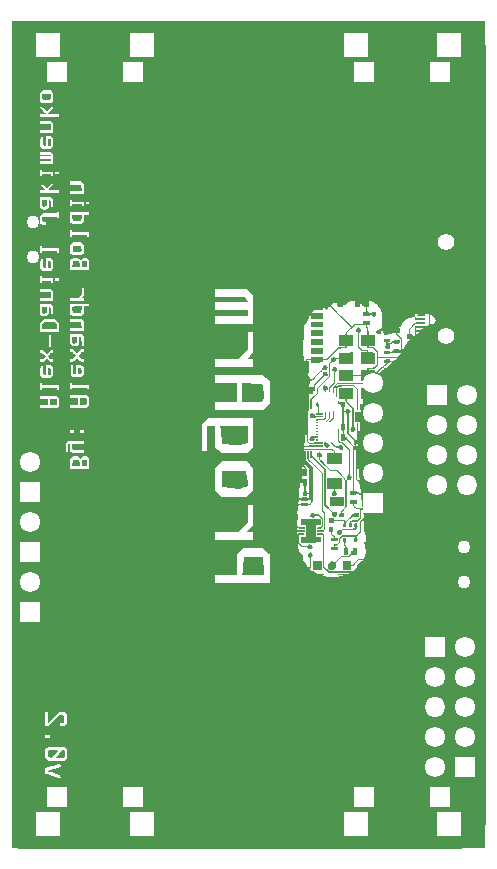
<source format=gbo>
G04 (created by PCBNEW (2013-dec-23)-stable) date Tue 01 Jul 2014 06:11:27 EEST*
%MOIN*%
G04 Gerber Fmt 3.4, Leading zero omitted, Abs format*
%FSLAX34Y34*%
G01*
G70*
G90*
G04 APERTURE LIST*
%ADD10C,0.00590551*%
%ADD11C,0.00393701*%
%ADD12C,0.0001*%
%ADD13R,0.067874X0.067874*%
%ADD14C,0.067874*%
%ADD15O,0.067874X0.067874*%
%ADD16C,0.0433071*%
%ADD17R,0.0826772X0.0826772*%
%ADD18R,0.0669291X0.0669291*%
%ADD19C,0.0551181*%
G04 APERTURE END LIST*
G54D10*
G54D11*
X7874Y-35236D02*
X8070Y-35433D01*
X23622Y-34645D02*
X22834Y-35433D01*
X22834Y-7874D02*
X23622Y-8661D01*
X8661Y-7874D02*
X7874Y-8661D01*
X22834Y-35433D02*
X8070Y-35433D01*
X8661Y-7874D02*
X22834Y-7874D01*
X7874Y-35236D02*
X7874Y-8661D01*
X23622Y-8661D02*
X23622Y-34645D01*
G54D12*
G36*
X7874Y-7874D02*
X7874Y-10188D01*
X8877Y-10188D01*
X9016Y-10188D01*
X9155Y-10188D01*
X9196Y-10228D01*
X9238Y-10269D01*
X9238Y-10398D01*
X9238Y-10528D01*
X9202Y-10564D01*
X9166Y-10600D01*
X9017Y-10600D01*
X8869Y-10600D01*
X8832Y-10565D01*
X8796Y-10530D01*
X8796Y-10400D01*
X8796Y-10270D01*
X8836Y-10229D01*
X8877Y-10188D01*
X7874Y-10188D01*
X7874Y-10682D01*
X8801Y-10682D01*
X8909Y-10787D01*
X9017Y-10892D01*
X9125Y-10787D01*
X9233Y-10682D01*
X9236Y-10725D01*
X9237Y-10742D01*
X9235Y-10756D01*
X9229Y-10770D01*
X9216Y-10787D01*
X9195Y-10811D01*
X9163Y-10844D01*
X9142Y-10864D01*
X9108Y-10899D01*
X9079Y-10930D01*
X9057Y-10953D01*
X9047Y-10966D01*
X9045Y-10968D01*
X9055Y-10970D01*
X9080Y-10972D01*
X9119Y-10974D01*
X9168Y-10975D01*
X9226Y-10975D01*
X9238Y-10975D01*
X9430Y-10975D01*
X9430Y-11023D01*
X9430Y-11071D01*
X9113Y-11071D01*
X8796Y-11071D01*
X8796Y-11023D01*
X8796Y-10975D01*
X8892Y-10975D01*
X8932Y-10974D01*
X8964Y-10973D01*
X8984Y-10970D01*
X8988Y-10968D01*
X8981Y-10959D01*
X8964Y-10939D01*
X8937Y-10911D01*
X8905Y-10877D01*
X8891Y-10864D01*
X8853Y-10826D01*
X8827Y-10798D01*
X8810Y-10778D01*
X8801Y-10763D01*
X8797Y-10749D01*
X8797Y-10734D01*
X8798Y-10725D01*
X8801Y-10682D01*
X7874Y-10682D01*
X7874Y-11205D01*
X8796Y-11205D01*
X8981Y-11205D01*
X9166Y-11205D01*
X9202Y-11248D01*
X9238Y-11291D01*
X9238Y-11455D01*
X9238Y-11619D01*
X9017Y-11619D01*
X8796Y-11619D01*
X8796Y-11570D01*
X8796Y-11522D01*
X8989Y-11522D01*
X9181Y-11522D01*
X9176Y-11496D01*
X9173Y-11474D01*
X9170Y-11440D01*
X9166Y-11399D01*
X9165Y-11390D01*
X9159Y-11311D01*
X8977Y-11311D01*
X8796Y-11311D01*
X8796Y-11258D01*
X8796Y-11205D01*
X7874Y-11205D01*
X7874Y-11714D01*
X8988Y-11714D01*
X9072Y-11714D01*
X9155Y-11714D01*
X9196Y-11755D01*
X9238Y-11795D01*
X9238Y-11925D01*
X9238Y-12055D01*
X9202Y-12091D01*
X9166Y-12127D01*
X9017Y-12127D01*
X8866Y-12127D01*
X8836Y-12087D01*
X8806Y-12046D01*
X8808Y-11893D01*
X8810Y-11740D01*
X8846Y-11728D01*
X8882Y-11716D01*
X8882Y-11863D01*
X8882Y-11920D01*
X8883Y-11961D01*
X8885Y-11988D01*
X8891Y-12006D01*
X8901Y-12015D01*
X8917Y-12021D01*
X8940Y-12025D01*
X8952Y-12027D01*
X8988Y-12034D01*
X8988Y-11874D01*
X8988Y-11714D01*
X7874Y-11714D01*
X7874Y-12233D01*
X8796Y-12233D01*
X8976Y-12233D01*
X9155Y-12233D01*
X9196Y-12273D01*
X9238Y-12314D01*
X9238Y-12475D01*
X9238Y-12636D01*
X9017Y-12636D01*
X8796Y-12636D01*
X8796Y-12588D01*
X8796Y-12540D01*
X8983Y-12540D01*
X9170Y-12540D01*
X9170Y-12512D01*
X9170Y-12483D01*
X8983Y-12483D01*
X8796Y-12483D01*
X8796Y-12435D01*
X8796Y-12387D01*
X8984Y-12387D01*
X9172Y-12387D01*
X9155Y-12358D01*
X9137Y-12329D01*
X8967Y-12329D01*
X8796Y-12329D01*
X8796Y-12281D01*
X8796Y-12233D01*
X7874Y-12233D01*
X7874Y-12828D01*
X8796Y-12828D01*
X8829Y-12828D01*
X8852Y-12830D01*
X8861Y-12838D01*
X8863Y-12860D01*
X8863Y-12862D01*
X8863Y-12896D01*
X9050Y-12896D01*
X9238Y-12896D01*
X9305Y-12896D01*
X9367Y-12896D01*
X9430Y-12896D01*
X9430Y-12944D01*
X9430Y-12991D01*
X9367Y-12991D01*
X9305Y-12991D01*
X9305Y-12944D01*
X9305Y-12896D01*
X9238Y-12896D01*
X9238Y-12972D01*
X9238Y-13049D01*
X9204Y-13049D01*
X9181Y-13048D01*
X9172Y-13040D01*
X9170Y-13020D01*
X9170Y-12991D01*
X9017Y-12991D01*
X8863Y-12991D01*
X8863Y-13020D01*
X8861Y-13040D01*
X8852Y-13048D01*
X8829Y-13049D01*
X8796Y-13049D01*
X8796Y-12939D01*
X8796Y-12828D01*
X7874Y-12828D01*
X7874Y-13222D01*
X9804Y-13222D01*
X9989Y-13222D01*
X10175Y-13222D01*
X10210Y-13265D01*
X10246Y-13308D01*
X10246Y-13471D01*
X10246Y-13635D01*
X10025Y-13635D01*
X9804Y-13635D01*
X9804Y-13587D01*
X9804Y-13539D01*
X9997Y-13539D01*
X10190Y-13539D01*
X10185Y-13513D01*
X10182Y-13490D01*
X10178Y-13456D01*
X10174Y-13416D01*
X10173Y-13407D01*
X10167Y-13328D01*
X9986Y-13328D01*
X9804Y-13328D01*
X9804Y-13275D01*
X9804Y-13222D01*
X7874Y-13222D01*
X7874Y-13227D01*
X8801Y-13227D01*
X8909Y-13332D01*
X9017Y-13436D01*
X9125Y-13332D01*
X9233Y-13227D01*
X9236Y-13269D01*
X9237Y-13286D01*
X9235Y-13301D01*
X9229Y-13315D01*
X9216Y-13332D01*
X9195Y-13356D01*
X9163Y-13388D01*
X9142Y-13409D01*
X9108Y-13444D01*
X9079Y-13474D01*
X9057Y-13498D01*
X9047Y-13511D01*
X9045Y-13513D01*
X9055Y-13515D01*
X9080Y-13517D01*
X9119Y-13518D01*
X9168Y-13519D01*
X9226Y-13520D01*
X9238Y-13520D01*
X9430Y-13520D01*
X9430Y-13568D01*
X9430Y-13616D01*
X9113Y-13616D01*
X8796Y-13616D01*
X8796Y-13568D01*
X8796Y-13520D01*
X8892Y-13520D01*
X8932Y-13519D01*
X8964Y-13517D01*
X8984Y-13515D01*
X8988Y-13513D01*
X8981Y-13504D01*
X8964Y-13484D01*
X8937Y-13456D01*
X8905Y-13422D01*
X8891Y-13409D01*
X8853Y-13371D01*
X8827Y-13343D01*
X8810Y-13323D01*
X8801Y-13308D01*
X8797Y-13293D01*
X8797Y-13278D01*
X8798Y-13269D01*
X8801Y-13227D01*
X7874Y-13227D01*
X7874Y-13750D01*
X8796Y-13750D01*
X8982Y-13750D01*
X9168Y-13750D01*
X9203Y-13789D01*
X9238Y-13827D01*
X9804Y-13827D01*
X9838Y-13827D01*
X9860Y-13829D01*
X9870Y-13837D01*
X9871Y-13858D01*
X9871Y-13861D01*
X9871Y-13894D01*
X10059Y-13894D01*
X10246Y-13894D01*
X10313Y-13894D01*
X10375Y-13894D01*
X10438Y-13894D01*
X10438Y-13942D01*
X10438Y-13990D01*
X10375Y-13990D01*
X10313Y-13990D01*
X10313Y-13942D01*
X10313Y-13894D01*
X10246Y-13894D01*
X10246Y-13971D01*
X10246Y-14048D01*
X10212Y-14048D01*
X10190Y-14046D01*
X10180Y-14038D01*
X10179Y-14019D01*
X10179Y-13990D01*
X10025Y-13990D01*
X9871Y-13990D01*
X9871Y-14019D01*
X9870Y-14038D01*
X9860Y-14046D01*
X9838Y-14048D01*
X9804Y-14048D01*
X9804Y-13938D01*
X9804Y-13827D01*
X9238Y-13827D01*
X9238Y-13827D01*
X9238Y-13981D01*
X9238Y-14134D01*
X9210Y-14134D01*
X9199Y-14134D01*
X9191Y-14132D01*
X9186Y-14125D01*
X9181Y-14111D01*
X9177Y-14087D01*
X9173Y-14052D01*
X9169Y-14002D01*
X9165Y-13945D01*
X9161Y-13906D01*
X9158Y-13882D01*
X9152Y-13869D01*
X9142Y-13861D01*
X9130Y-13857D01*
X9107Y-13849D01*
X9092Y-13846D01*
X9092Y-13846D01*
X9089Y-13855D01*
X9087Y-13880D01*
X9085Y-13916D01*
X9084Y-13961D01*
X9084Y-13969D01*
X9084Y-14092D01*
X9041Y-14127D01*
X9015Y-14148D01*
X8994Y-14158D01*
X8968Y-14163D01*
X8940Y-14163D01*
X8905Y-14162D01*
X8881Y-14157D01*
X8860Y-14144D01*
X8839Y-14127D01*
X8796Y-14091D01*
X8796Y-13921D01*
X8796Y-13750D01*
X7874Y-13750D01*
X7874Y-14230D01*
X9396Y-14230D01*
X9430Y-14230D01*
X9430Y-14240D01*
X9804Y-14240D01*
X10121Y-14240D01*
X10438Y-14240D01*
X10438Y-14288D01*
X10438Y-14336D01*
X10342Y-14336D01*
X10246Y-14336D01*
X10246Y-14457D01*
X10246Y-14578D01*
X10205Y-14615D01*
X10164Y-14652D01*
X10021Y-14653D01*
X9877Y-14653D01*
X9840Y-14617D01*
X9804Y-14582D01*
X9804Y-14411D01*
X9804Y-14240D01*
X9430Y-14240D01*
X9430Y-14341D01*
X9430Y-14451D01*
X9396Y-14451D01*
X9374Y-14450D01*
X9364Y-14441D01*
X9362Y-14422D01*
X9362Y-14394D01*
X9118Y-14394D01*
X8874Y-14394D01*
X8866Y-14458D01*
X8862Y-14494D01*
X8860Y-14522D01*
X8858Y-14537D01*
X8868Y-14548D01*
X8896Y-14559D01*
X8921Y-14566D01*
X8983Y-14582D01*
X8986Y-14627D01*
X8989Y-14672D01*
X8932Y-14672D01*
X8898Y-14671D01*
X8874Y-14665D01*
X8852Y-14651D01*
X8836Y-14638D01*
X8796Y-14603D01*
X8796Y-14487D01*
X8796Y-14370D01*
X8836Y-14329D01*
X8877Y-14288D01*
X9119Y-14288D01*
X9362Y-14288D01*
X9362Y-14259D01*
X9364Y-14240D01*
X9374Y-14232D01*
X9396Y-14230D01*
X7874Y-14230D01*
X7874Y-14845D01*
X9804Y-14845D01*
X9838Y-14845D01*
X9860Y-14846D01*
X9870Y-14855D01*
X9871Y-14876D01*
X9871Y-14878D01*
X9871Y-14912D01*
X10154Y-14912D01*
X10438Y-14912D01*
X10438Y-14989D01*
X10438Y-15066D01*
X10404Y-15066D01*
X10382Y-15064D01*
X10373Y-15056D01*
X10371Y-15037D01*
X10371Y-15008D01*
X10121Y-15008D01*
X9871Y-15008D01*
X9871Y-15037D01*
X9870Y-15056D01*
X9860Y-15064D01*
X9838Y-15066D01*
X9804Y-15066D01*
X9804Y-14955D01*
X9804Y-14845D01*
X7874Y-14845D01*
X7874Y-15258D01*
X9885Y-15258D01*
X10024Y-15258D01*
X10163Y-15258D01*
X10205Y-15298D01*
X10246Y-15339D01*
X10246Y-15468D01*
X10246Y-15598D01*
X10210Y-15634D01*
X10175Y-15671D01*
X10026Y-15671D01*
X9877Y-15671D01*
X9840Y-15635D01*
X9804Y-15600D01*
X9804Y-15470D01*
X9804Y-15340D01*
X9845Y-15299D01*
X9885Y-15258D01*
X7874Y-15258D01*
X7874Y-15373D01*
X8796Y-15373D01*
X8829Y-15373D01*
X8852Y-15374D01*
X8861Y-15383D01*
X8863Y-15404D01*
X8863Y-15407D01*
X8863Y-15440D01*
X9146Y-15440D01*
X9430Y-15440D01*
X9430Y-15517D01*
X9430Y-15594D01*
X9396Y-15594D01*
X9374Y-15592D01*
X9364Y-15584D01*
X9362Y-15565D01*
X9362Y-15536D01*
X9113Y-15536D01*
X8863Y-15536D01*
X8863Y-15565D01*
X8861Y-15584D01*
X8852Y-15593D01*
X8829Y-15594D01*
X8796Y-15594D01*
X8796Y-15483D01*
X8796Y-15373D01*
X7874Y-15373D01*
X7874Y-15767D01*
X9885Y-15767D01*
X9976Y-15767D01*
X10067Y-15767D01*
X10109Y-15807D01*
X10150Y-15847D01*
X10191Y-15807D01*
X10215Y-15785D01*
X10233Y-15773D01*
X10255Y-15768D01*
X10286Y-15767D01*
X10294Y-15767D01*
X10328Y-15767D01*
X10351Y-15772D01*
X10370Y-15782D01*
X10392Y-15802D01*
X10397Y-15807D01*
X10438Y-15847D01*
X10438Y-16014D01*
X10438Y-16180D01*
X10121Y-16180D01*
X9804Y-16180D01*
X9804Y-16014D01*
X9804Y-15849D01*
X9845Y-15808D01*
X9885Y-15767D01*
X7874Y-15767D01*
X7874Y-15786D01*
X8988Y-15786D01*
X9072Y-15786D01*
X9155Y-15786D01*
X9196Y-15826D01*
X9238Y-15867D01*
X9238Y-15996D01*
X9238Y-16126D01*
X9202Y-16162D01*
X9166Y-16199D01*
X9017Y-16199D01*
X8866Y-16199D01*
X8836Y-16158D01*
X8806Y-16117D01*
X8808Y-15964D01*
X8810Y-15812D01*
X8846Y-15799D01*
X8882Y-15787D01*
X8882Y-15935D01*
X8882Y-15991D01*
X8883Y-16032D01*
X8885Y-16060D01*
X8891Y-16077D01*
X8901Y-16087D01*
X8917Y-16092D01*
X8940Y-16097D01*
X8952Y-16099D01*
X8988Y-16105D01*
X8988Y-15945D01*
X8988Y-15786D01*
X7874Y-15786D01*
X7874Y-16391D01*
X8796Y-16391D01*
X8829Y-16391D01*
X8852Y-16392D01*
X8861Y-16401D01*
X8863Y-16422D01*
X8863Y-16424D01*
X8863Y-16458D01*
X9050Y-16458D01*
X9238Y-16458D01*
X9305Y-16458D01*
X9367Y-16458D01*
X9430Y-16458D01*
X9430Y-16506D01*
X9430Y-16554D01*
X9367Y-16554D01*
X9305Y-16554D01*
X9305Y-16506D01*
X9305Y-16458D01*
X9238Y-16458D01*
X9238Y-16535D01*
X9238Y-16612D01*
X9204Y-16612D01*
X9181Y-16610D01*
X9172Y-16602D01*
X9170Y-16583D01*
X9170Y-16554D01*
X9017Y-16554D01*
X8863Y-16554D01*
X8863Y-16583D01*
X8861Y-16602D01*
X8852Y-16610D01*
X8829Y-16612D01*
X8796Y-16612D01*
X8796Y-16501D01*
X8796Y-16391D01*
X7874Y-16391D01*
X7874Y-16785D01*
X10179Y-16785D01*
X10212Y-16785D01*
X10246Y-16785D01*
X10246Y-16794D01*
X14634Y-16794D01*
X15160Y-16794D01*
X15685Y-16794D01*
X15794Y-16902D01*
X15902Y-17010D01*
X15902Y-17197D01*
X19291Y-17197D01*
X19293Y-17305D01*
X19296Y-17413D01*
X19383Y-17413D01*
X19469Y-17413D01*
X19474Y-17339D01*
X19479Y-17263D01*
X19504Y-17290D01*
X19524Y-17315D01*
X19540Y-17339D01*
X19541Y-17341D01*
X19553Y-17364D01*
X19569Y-17336D01*
X19584Y-17308D01*
X19587Y-17363D01*
X19590Y-17418D01*
X19622Y-17418D01*
X19640Y-17419D01*
X19651Y-17426D01*
X19656Y-17442D01*
X19660Y-17469D01*
X19663Y-17506D01*
X19666Y-17540D01*
X19666Y-17553D01*
X19666Y-17586D01*
X19615Y-17586D01*
X19565Y-17586D01*
X19562Y-17646D01*
X19559Y-17706D01*
X19671Y-17706D01*
X19719Y-17706D01*
X19751Y-17705D01*
X19771Y-17703D01*
X19782Y-17698D01*
X19787Y-17691D01*
X19788Y-17687D01*
X19800Y-17672D01*
X19818Y-17668D01*
X19836Y-17676D01*
X19844Y-17687D01*
X19858Y-17707D01*
X19883Y-17724D01*
X19912Y-17734D01*
X19924Y-17735D01*
X19943Y-17729D01*
X19967Y-17714D01*
X19972Y-17710D01*
X19996Y-17680D01*
X20003Y-17647D01*
X19997Y-17614D01*
X19979Y-17586D01*
X19949Y-17567D01*
X19920Y-17562D01*
X19893Y-17568D01*
X19865Y-17583D01*
X19846Y-17602D01*
X19839Y-17620D01*
X19831Y-17627D01*
X19815Y-17629D01*
X19796Y-17624D01*
X19789Y-17608D01*
X19783Y-17593D01*
X19768Y-17587D01*
X19752Y-17586D01*
X19733Y-17586D01*
X19722Y-17580D01*
X19717Y-17565D01*
X19712Y-17536D01*
X19712Y-17534D01*
X19707Y-17497D01*
X19702Y-17463D01*
X19699Y-17449D01*
X19696Y-17429D01*
X19701Y-17420D01*
X19720Y-17418D01*
X19727Y-17418D01*
X19762Y-17418D01*
X19762Y-17322D01*
X19762Y-17226D01*
X19814Y-17226D01*
X19881Y-17233D01*
X19942Y-17256D01*
X19999Y-17294D01*
X20054Y-17350D01*
X20073Y-17374D01*
X20116Y-17436D01*
X20149Y-17493D01*
X20176Y-17553D01*
X20185Y-17580D01*
X20196Y-17623D01*
X20196Y-17631D01*
X21573Y-17631D01*
X21616Y-17632D01*
X21659Y-17633D01*
X21697Y-17636D01*
X21727Y-17638D01*
X21745Y-17642D01*
X21748Y-17643D01*
X21752Y-17652D01*
X21753Y-17658D01*
X21802Y-17658D01*
X21813Y-17662D01*
X21836Y-17672D01*
X21851Y-17679D01*
X21901Y-17710D01*
X21941Y-17749D01*
X21968Y-17793D01*
X21980Y-17838D01*
X21980Y-17844D01*
X21976Y-17862D01*
X21966Y-17889D01*
X21952Y-17920D01*
X21939Y-17947D01*
X21928Y-17963D01*
X21919Y-17966D01*
X21895Y-17971D01*
X21863Y-17979D01*
X21862Y-17979D01*
X21798Y-17992D01*
X21798Y-17825D01*
X21798Y-17771D01*
X21799Y-17724D01*
X21800Y-17688D01*
X21801Y-17665D01*
X21802Y-17658D01*
X21753Y-17658D01*
X21755Y-17674D01*
X21758Y-17711D01*
X21759Y-17764D01*
X21759Y-17826D01*
X21759Y-18003D01*
X21699Y-18030D01*
X21665Y-18045D01*
X21645Y-18051D01*
X21637Y-18048D01*
X21636Y-18046D01*
X21630Y-18040D01*
X21615Y-18037D01*
X21587Y-18034D01*
X21544Y-18033D01*
X21499Y-18033D01*
X21443Y-18034D01*
X21401Y-18035D01*
X21375Y-18039D01*
X21365Y-18043D01*
X21357Y-18049D01*
X21336Y-18052D01*
X21327Y-18052D01*
X21289Y-18052D01*
X21289Y-18090D01*
X21346Y-18090D01*
X21364Y-18095D01*
X21370Y-18100D01*
X21382Y-18104D01*
X21408Y-18108D01*
X21445Y-18109D01*
X21469Y-18110D01*
X21561Y-18110D01*
X21539Y-18133D01*
X21524Y-18146D01*
X21507Y-18153D01*
X21482Y-18158D01*
X21444Y-18160D01*
X21370Y-18162D01*
X21367Y-18198D01*
X21366Y-18222D01*
X21372Y-18232D01*
X21391Y-18234D01*
X21400Y-18234D01*
X21422Y-18236D01*
X21429Y-18240D01*
X21422Y-18250D01*
X21407Y-18264D01*
X21383Y-18283D01*
X21368Y-18293D01*
X21327Y-18322D01*
X21327Y-18206D01*
X21327Y-18158D01*
X21328Y-18125D01*
X21330Y-18105D01*
X21334Y-18095D01*
X21341Y-18091D01*
X21346Y-18090D01*
X21289Y-18090D01*
X21289Y-18199D01*
X21289Y-18346D01*
X21251Y-18377D01*
X21213Y-18408D01*
X21210Y-18357D01*
X21207Y-18306D01*
X21166Y-18304D01*
X21125Y-18301D01*
X21125Y-18227D01*
X21125Y-18153D01*
X21219Y-18060D01*
X21264Y-18016D01*
X21299Y-17986D01*
X21326Y-17969D01*
X21346Y-17964D01*
X21363Y-17969D01*
X21371Y-17976D01*
X21386Y-17980D01*
X21416Y-17982D01*
X21461Y-17983D01*
X21505Y-17983D01*
X21630Y-17980D01*
X21632Y-17944D01*
X21636Y-17908D01*
X21501Y-17908D01*
X21442Y-17909D01*
X21399Y-17911D01*
X21373Y-17914D01*
X21365Y-17918D01*
X21357Y-17924D01*
X21336Y-17926D01*
X21332Y-17926D01*
X21318Y-17926D01*
X21304Y-17929D01*
X21289Y-17938D01*
X21269Y-17954D01*
X21241Y-17980D01*
X21204Y-18017D01*
X21192Y-18028D01*
X21087Y-18133D01*
X21087Y-18217D01*
X21087Y-18301D01*
X21051Y-18304D01*
X21015Y-18306D01*
X21015Y-18383D01*
X21015Y-18460D01*
X21081Y-18465D01*
X21147Y-18470D01*
X21099Y-18524D01*
X21021Y-18618D01*
X20953Y-18713D01*
X20913Y-18776D01*
X20861Y-18862D01*
X20859Y-18655D01*
X20856Y-18449D01*
X20781Y-18378D01*
X20741Y-18339D01*
X20716Y-18310D01*
X20706Y-18291D01*
X20709Y-18279D01*
X20725Y-18274D01*
X20741Y-18273D01*
X20780Y-18273D01*
X20780Y-18196D01*
X20780Y-18119D01*
X20745Y-18119D01*
X20722Y-18119D01*
X20716Y-18115D01*
X20723Y-18105D01*
X20727Y-18100D01*
X20748Y-18085D01*
X20766Y-18081D01*
X20791Y-18073D01*
X20818Y-18053D01*
X20841Y-18026D01*
X20855Y-17999D01*
X20856Y-17988D01*
X20860Y-17971D01*
X20871Y-17952D01*
X20893Y-17926D01*
X20921Y-17898D01*
X20965Y-17856D01*
X20998Y-17825D01*
X21023Y-17803D01*
X21043Y-17790D01*
X21062Y-17781D01*
X21081Y-17777D01*
X21105Y-17775D01*
X21128Y-17774D01*
X21167Y-17771D01*
X21190Y-17768D01*
X21202Y-17763D01*
X21207Y-17755D01*
X21207Y-17745D01*
X21212Y-17726D01*
X21230Y-17718D01*
X21232Y-17718D01*
X21259Y-17723D01*
X21279Y-17745D01*
X21289Y-17782D01*
X21291Y-17793D01*
X21293Y-17836D01*
X21328Y-17833D01*
X21356Y-17834D01*
X21368Y-17843D01*
X21374Y-17848D01*
X21391Y-17851D01*
X21419Y-17853D01*
X21463Y-17853D01*
X21504Y-17852D01*
X21635Y-17850D01*
X21632Y-17814D01*
X21630Y-17778D01*
X21505Y-17776D01*
X21451Y-17775D01*
X21408Y-17777D01*
X21381Y-17780D01*
X21371Y-17783D01*
X21354Y-17792D01*
X21344Y-17793D01*
X21332Y-17788D01*
X21327Y-17769D01*
X21327Y-17762D01*
X21320Y-17735D01*
X21304Y-17708D01*
X21282Y-17686D01*
X21261Y-17677D01*
X21254Y-17674D01*
X21263Y-17670D01*
X21282Y-17663D01*
X21309Y-17656D01*
X21338Y-17649D01*
X21366Y-17645D01*
X21375Y-17644D01*
X21400Y-17643D01*
X21408Y-17644D01*
X21399Y-17647D01*
X21380Y-17654D01*
X21370Y-17669D01*
X21367Y-17690D01*
X21364Y-17726D01*
X21500Y-17726D01*
X21636Y-17726D01*
X21632Y-17690D01*
X21630Y-17654D01*
X21558Y-17651D01*
X21522Y-17648D01*
X21493Y-17644D01*
X21477Y-17638D01*
X21476Y-17638D01*
X21481Y-17634D01*
X21502Y-17632D01*
X21534Y-17631D01*
X21573Y-17631D01*
X20196Y-17631D01*
X20202Y-17680D01*
X20204Y-17743D01*
X20202Y-17807D01*
X20195Y-17866D01*
X20192Y-17884D01*
X20186Y-17922D01*
X20182Y-17970D01*
X20180Y-18018D01*
X20180Y-18025D01*
X20179Y-18066D01*
X20177Y-18093D01*
X20172Y-18111D01*
X20162Y-18126D01*
X20152Y-18137D01*
X20132Y-18156D01*
X20117Y-18160D01*
X20106Y-18157D01*
X20077Y-18151D01*
X20047Y-18160D01*
X20021Y-18180D01*
X20002Y-18208D01*
X19994Y-18240D01*
X19996Y-18257D01*
X20013Y-18291D01*
X20041Y-18312D01*
X20076Y-18321D01*
X20111Y-18316D01*
X20143Y-18296D01*
X20159Y-18277D01*
X20164Y-18257D01*
X20163Y-18230D01*
X20162Y-18199D01*
X20168Y-18180D01*
X20176Y-18171D01*
X20189Y-18162D01*
X20196Y-18166D01*
X20204Y-18183D01*
X20232Y-18254D01*
X20261Y-18309D01*
X20270Y-18323D01*
X20287Y-18346D01*
X20302Y-18355D01*
X20320Y-18354D01*
X20323Y-18353D01*
X20372Y-18340D01*
X20427Y-18319D01*
X20482Y-18293D01*
X20524Y-18270D01*
X20552Y-18252D01*
X20569Y-18244D01*
X20577Y-18245D01*
X20581Y-18254D01*
X20592Y-18268D01*
X20617Y-18274D01*
X20622Y-18275D01*
X20647Y-18278D01*
X20657Y-18286D01*
X20660Y-18305D01*
X20660Y-18311D01*
X20663Y-18336D01*
X20674Y-18347D01*
X20680Y-18348D01*
X20695Y-18356D01*
X20719Y-18375D01*
X20747Y-18400D01*
X20758Y-18410D01*
X20818Y-18469D01*
X20818Y-18664D01*
X20818Y-18730D01*
X20818Y-18779D01*
X20817Y-18813D01*
X20815Y-18837D01*
X20812Y-18850D01*
X20808Y-18856D01*
X20803Y-18859D01*
X20800Y-18859D01*
X20784Y-18852D01*
X20778Y-18832D01*
X20775Y-18806D01*
X20679Y-18806D01*
X20635Y-18806D01*
X20607Y-18807D01*
X20591Y-18810D01*
X20583Y-18816D01*
X20580Y-18825D01*
X20580Y-18829D01*
X20571Y-18851D01*
X20552Y-18872D01*
X20530Y-18887D01*
X20506Y-18896D01*
X20487Y-18897D01*
X20474Y-18887D01*
X20472Y-18878D01*
X20472Y-18869D01*
X20466Y-18864D01*
X20454Y-18861D01*
X20431Y-18860D01*
X20394Y-18860D01*
X20359Y-18861D01*
X20247Y-18864D01*
X20247Y-18921D01*
X20247Y-18979D01*
X20357Y-18979D01*
X20405Y-18979D01*
X20436Y-18978D01*
X20455Y-18975D01*
X20465Y-18971D01*
X20470Y-18964D01*
X20471Y-18957D01*
X20477Y-18942D01*
X20493Y-18936D01*
X20505Y-18936D01*
X20539Y-18928D01*
X20555Y-18915D01*
X20573Y-18895D01*
X20578Y-18922D01*
X20583Y-18950D01*
X20681Y-18953D01*
X20780Y-18955D01*
X20780Y-18926D01*
X20782Y-18906D01*
X20793Y-18898D01*
X20804Y-18897D01*
X20822Y-18901D01*
X20828Y-18908D01*
X20823Y-18921D01*
X20810Y-18946D01*
X20792Y-18977D01*
X20784Y-18990D01*
X20740Y-19060D01*
X20395Y-19060D01*
X20050Y-19060D01*
X20050Y-18972D01*
X20050Y-18883D01*
X19985Y-18818D01*
X19921Y-18753D01*
X19832Y-18753D01*
X19790Y-18753D01*
X19764Y-18751D01*
X19749Y-18748D01*
X19744Y-18742D01*
X19743Y-18734D01*
X19744Y-18726D01*
X19750Y-18721D01*
X19764Y-18717D01*
X19789Y-18715D01*
X19829Y-18713D01*
X19855Y-18713D01*
X19968Y-18710D01*
X19971Y-18542D01*
X19972Y-18486D01*
X19972Y-18435D01*
X19971Y-18393D01*
X19970Y-18364D01*
X19969Y-18352D01*
X19965Y-18343D01*
X19959Y-18337D01*
X19946Y-18333D01*
X19922Y-18331D01*
X19886Y-18331D01*
X19853Y-18331D01*
X19743Y-18331D01*
X19743Y-18217D01*
X19742Y-18168D01*
X19741Y-18135D01*
X19739Y-18113D01*
X19734Y-18099D01*
X19726Y-18088D01*
X19719Y-18081D01*
X19700Y-18054D01*
X19695Y-18032D01*
X19696Y-18015D01*
X19704Y-18007D01*
X19724Y-18003D01*
X19740Y-18002D01*
X19786Y-17999D01*
X19786Y-17942D01*
X19786Y-17884D01*
X19675Y-17884D01*
X19565Y-17884D01*
X19562Y-17930D01*
X19559Y-17975D01*
X19413Y-17975D01*
X19267Y-17975D01*
X19230Y-18013D01*
X19279Y-18013D01*
X19465Y-18016D01*
X19651Y-18018D01*
X19654Y-18049D01*
X19663Y-18077D01*
X19681Y-18101D01*
X19691Y-18112D01*
X19698Y-18124D01*
X19702Y-18142D01*
X19704Y-18169D01*
X19704Y-18210D01*
X19704Y-18227D01*
X19704Y-18331D01*
X19594Y-18331D01*
X19483Y-18331D01*
X19483Y-18523D01*
X19483Y-18715D01*
X19594Y-18715D01*
X19704Y-18715D01*
X19704Y-18753D01*
X19704Y-18792D01*
X19803Y-18792D01*
X19902Y-18792D01*
X19956Y-18847D01*
X20011Y-18902D01*
X20011Y-19099D01*
X20050Y-19099D01*
X20376Y-19099D01*
X20453Y-19099D01*
X20524Y-19100D01*
X20586Y-19101D01*
X20637Y-19102D01*
X20675Y-19104D01*
X20697Y-19105D01*
X20703Y-19107D01*
X20695Y-19121D01*
X20676Y-19140D01*
X20651Y-19158D01*
X20625Y-19172D01*
X20615Y-19175D01*
X20590Y-19184D01*
X20580Y-19201D01*
X20580Y-19202D01*
X20573Y-19221D01*
X20561Y-19221D01*
X20549Y-19209D01*
X20532Y-19199D01*
X20506Y-19195D01*
X20505Y-19195D01*
X20482Y-19193D01*
X20473Y-19184D01*
X20472Y-19175D01*
X20472Y-19167D01*
X20466Y-19162D01*
X20454Y-19159D01*
X20431Y-19157D01*
X20394Y-19158D01*
X20359Y-19159D01*
X20247Y-19161D01*
X20247Y-19219D01*
X20247Y-19233D01*
X20500Y-19233D01*
X20522Y-19239D01*
X20527Y-19244D01*
X20528Y-19252D01*
X20516Y-19268D01*
X20492Y-19291D01*
X20454Y-19324D01*
X20450Y-19327D01*
X20414Y-19358D01*
X20381Y-19387D01*
X20357Y-19410D01*
X20345Y-19422D01*
X20318Y-19441D01*
X20297Y-19444D01*
X20282Y-19447D01*
X20266Y-19454D01*
X20245Y-19469D01*
X20217Y-19494D01*
X20198Y-19513D01*
X20259Y-19513D01*
X20255Y-19520D01*
X20241Y-19537D01*
X20226Y-19555D01*
X20190Y-19596D01*
X20161Y-19626D01*
X20140Y-19646D01*
X20128Y-19652D01*
X20127Y-19650D01*
X20133Y-19640D01*
X20151Y-19620D01*
X20177Y-19593D01*
X20200Y-19569D01*
X20233Y-19538D01*
X20252Y-19519D01*
X20259Y-19513D01*
X20198Y-19513D01*
X20179Y-19531D01*
X20177Y-19533D01*
X20141Y-19570D01*
X20115Y-19598D01*
X20100Y-19617D01*
X20092Y-19634D01*
X20089Y-19649D01*
X20088Y-19656D01*
X20081Y-19692D01*
X20069Y-19709D01*
X20059Y-19717D01*
X20053Y-19717D01*
X20051Y-19706D01*
X20050Y-19680D01*
X20050Y-19660D01*
X20050Y-19593D01*
X20168Y-19476D01*
X20211Y-19433D01*
X20243Y-19403D01*
X20267Y-19382D01*
X20285Y-19368D01*
X20300Y-19361D01*
X20315Y-19357D01*
X20328Y-19356D01*
X20355Y-19354D01*
X20368Y-19347D01*
X20374Y-19331D01*
X20376Y-19316D01*
X20380Y-19292D01*
X20388Y-19281D01*
X20405Y-19278D01*
X20424Y-19277D01*
X20452Y-19275D01*
X20465Y-19269D01*
X20470Y-19257D01*
X20471Y-19255D01*
X20481Y-19238D01*
X20500Y-19233D01*
X20247Y-19233D01*
X20247Y-19276D01*
X20290Y-19277D01*
X20317Y-19279D01*
X20331Y-19285D01*
X20336Y-19298D01*
X20336Y-19299D01*
X20336Y-19313D01*
X20325Y-19319D01*
X20306Y-19320D01*
X20294Y-19321D01*
X20281Y-19326D01*
X20265Y-19336D01*
X20243Y-19353D01*
X20215Y-19380D01*
X20177Y-19417D01*
X20141Y-19453D01*
X20009Y-19585D01*
X20011Y-19672D01*
X20011Y-19715D01*
X20009Y-19743D01*
X20005Y-19763D01*
X19997Y-19777D01*
X19993Y-19781D01*
X19974Y-19804D01*
X19973Y-19668D01*
X19973Y-19618D01*
X19972Y-19574D01*
X19970Y-19540D01*
X19968Y-19520D01*
X19967Y-19517D01*
X19962Y-19511D01*
X19949Y-19506D01*
X19926Y-19503D01*
X19889Y-19502D01*
X19852Y-19502D01*
X19805Y-19502D01*
X19774Y-19501D01*
X19755Y-19498D01*
X19746Y-19494D01*
X19743Y-19487D01*
X19743Y-19483D01*
X19744Y-19474D01*
X19750Y-19469D01*
X19765Y-19465D01*
X19791Y-19464D01*
X19832Y-19464D01*
X19841Y-19464D01*
X19939Y-19464D01*
X19994Y-19409D01*
X20050Y-19354D01*
X20050Y-19226D01*
X20050Y-19099D01*
X20011Y-19099D01*
X20011Y-19119D01*
X20011Y-19335D01*
X19966Y-19380D01*
X19920Y-19424D01*
X19815Y-19427D01*
X19709Y-19430D01*
X19706Y-19466D01*
X19703Y-19502D01*
X19593Y-19502D01*
X19483Y-19502D01*
X19483Y-19588D01*
X19483Y-19675D01*
X19359Y-19675D01*
X19235Y-19675D01*
X19232Y-19591D01*
X19229Y-19507D01*
X18991Y-19507D01*
X18752Y-19507D01*
X18753Y-19694D01*
X18753Y-19881D01*
X18993Y-19884D01*
X19234Y-19887D01*
X19234Y-19800D01*
X19234Y-19713D01*
X19356Y-19715D01*
X19479Y-19718D01*
X19481Y-19802D01*
X19484Y-19886D01*
X19678Y-19888D01*
X19872Y-19891D01*
X19834Y-19917D01*
X19796Y-19944D01*
X19239Y-19944D01*
X18682Y-19944D01*
X18617Y-20008D01*
X18552Y-20073D01*
X18552Y-20582D01*
X18552Y-21091D01*
X18433Y-21211D01*
X18315Y-21331D01*
X18157Y-21331D01*
X18000Y-21331D01*
X18000Y-21360D01*
X18000Y-21389D01*
X18109Y-21392D01*
X18160Y-21392D01*
X18199Y-21391D01*
X18223Y-21387D01*
X18229Y-21385D01*
X18244Y-21378D01*
X18270Y-21375D01*
X18282Y-21374D01*
X18298Y-21374D01*
X18311Y-21372D01*
X18325Y-21366D01*
X18342Y-21355D01*
X18363Y-21336D01*
X18392Y-21308D01*
X18431Y-21270D01*
X18458Y-21243D01*
X18590Y-21111D01*
X18590Y-20602D01*
X18590Y-20093D01*
X18645Y-20038D01*
X18700Y-19982D01*
X19213Y-19982D01*
X19725Y-19982D01*
X19679Y-20019D01*
X19651Y-20043D01*
X19626Y-20065D01*
X19614Y-20077D01*
X19599Y-20089D01*
X19578Y-20095D01*
X19545Y-20097D01*
X19540Y-20097D01*
X19483Y-20097D01*
X19483Y-20290D01*
X19483Y-20481D01*
X19527Y-20481D01*
X19570Y-20481D01*
X19570Y-20520D01*
X19568Y-20544D01*
X19562Y-20557D01*
X19560Y-20558D01*
X19555Y-20567D01*
X19551Y-20589D01*
X19551Y-20602D01*
X19551Y-20645D01*
X19513Y-20645D01*
X19487Y-20647D01*
X19471Y-20652D01*
X19470Y-20653D01*
X19467Y-20666D01*
X19465Y-20683D01*
X19523Y-20683D01*
X19536Y-20685D01*
X19540Y-20695D01*
X19537Y-20718D01*
X19536Y-20719D01*
X19530Y-20744D01*
X19523Y-20759D01*
X19522Y-20760D01*
X19515Y-20772D01*
X19510Y-20795D01*
X19510Y-20799D01*
X19508Y-20805D01*
X19506Y-20796D01*
X19504Y-20771D01*
X19504Y-20758D01*
X19504Y-20720D01*
X19505Y-20698D01*
X19509Y-20687D01*
X19517Y-20683D01*
X19523Y-20683D01*
X19465Y-20683D01*
X19464Y-20693D01*
X19460Y-20731D01*
X19458Y-20759D01*
X19452Y-20856D01*
X19477Y-20856D01*
X19496Y-20860D01*
X19502Y-20873D01*
X19502Y-20880D01*
X19502Y-20904D01*
X19402Y-20904D01*
X19301Y-20904D01*
X19301Y-21067D01*
X19301Y-21230D01*
X19379Y-21230D01*
X19458Y-21230D01*
X19451Y-21343D01*
X19449Y-21386D01*
X19447Y-21443D01*
X19444Y-21510D01*
X19442Y-21584D01*
X19440Y-21660D01*
X19439Y-21703D01*
X19436Y-21782D01*
X19434Y-21843D01*
X19432Y-21889D01*
X19429Y-21921D01*
X19426Y-21942D01*
X19422Y-21953D01*
X19419Y-21955D01*
X19416Y-21953D01*
X19413Y-21945D01*
X19411Y-21927D01*
X19409Y-21900D01*
X19408Y-21860D01*
X19407Y-21806D01*
X19407Y-21737D01*
X19407Y-21651D01*
X19407Y-21619D01*
X19407Y-21279D01*
X19383Y-21279D01*
X19358Y-21279D01*
X19358Y-21623D01*
X19359Y-21715D01*
X19359Y-21790D01*
X19360Y-21849D01*
X19361Y-21895D01*
X19362Y-21928D01*
X19364Y-21952D01*
X19367Y-21967D01*
X19370Y-21976D01*
X19373Y-21979D01*
X19377Y-21985D01*
X19379Y-21995D01*
X19382Y-22012D01*
X19384Y-22037D01*
X19385Y-22072D01*
X19386Y-22119D01*
X19387Y-22179D01*
X19387Y-22255D01*
X19387Y-22348D01*
X19387Y-22381D01*
X19387Y-22771D01*
X19411Y-22795D01*
X19418Y-22804D01*
X19424Y-22814D01*
X19429Y-22827D01*
X19432Y-22847D01*
X19435Y-22876D01*
X19437Y-22917D01*
X19439Y-22973D01*
X19441Y-23021D01*
X19447Y-23223D01*
X19398Y-23175D01*
X19349Y-23128D01*
X19349Y-22570D01*
X19349Y-22452D01*
X19349Y-22352D01*
X19349Y-22269D01*
X19348Y-22200D01*
X19348Y-22144D01*
X19347Y-22100D01*
X19346Y-22066D01*
X19344Y-22041D01*
X19342Y-22023D01*
X19340Y-22011D01*
X19337Y-22003D01*
X19333Y-21998D01*
X19330Y-21994D01*
X19320Y-21981D01*
X19314Y-21964D01*
X19311Y-21936D01*
X19311Y-21903D01*
X19311Y-21830D01*
X19195Y-21716D01*
X19080Y-21601D01*
X19080Y-21282D01*
X19080Y-21195D01*
X19080Y-21126D01*
X19081Y-21072D01*
X19082Y-21031D01*
X19083Y-21002D01*
X19085Y-20982D01*
X19088Y-20969D01*
X19091Y-20962D01*
X19095Y-20958D01*
X19099Y-20957D01*
X19119Y-20943D01*
X19136Y-20917D01*
X19146Y-20888D01*
X19147Y-20876D01*
X19142Y-20857D01*
X19127Y-20833D01*
X19122Y-20828D01*
X19093Y-20805D01*
X19059Y-20797D01*
X19026Y-20803D01*
X18998Y-20822D01*
X18979Y-20852D01*
X18974Y-20881D01*
X18978Y-20908D01*
X18992Y-20931D01*
X19008Y-20948D01*
X19042Y-20979D01*
X19042Y-21300D01*
X19042Y-21620D01*
X19157Y-21735D01*
X19272Y-21849D01*
X19272Y-21922D01*
X19273Y-21960D01*
X19276Y-21984D01*
X19282Y-21998D01*
X19291Y-22006D01*
X19295Y-22009D01*
X19299Y-22013D01*
X19302Y-22021D01*
X19304Y-22032D01*
X19306Y-22050D01*
X19307Y-22075D01*
X19309Y-22108D01*
X19309Y-22153D01*
X19310Y-22208D01*
X19310Y-22277D01*
X19311Y-22361D01*
X19311Y-22461D01*
X19311Y-22579D01*
X19311Y-22582D01*
X19311Y-23147D01*
X19383Y-23218D01*
X19415Y-23252D01*
X19436Y-23275D01*
X19448Y-23294D01*
X19453Y-23310D01*
X19455Y-23326D01*
X19457Y-23349D01*
X19462Y-23362D01*
X19463Y-23362D01*
X19466Y-23371D01*
X19470Y-23395D01*
X19474Y-23430D01*
X19477Y-23472D01*
X19479Y-23516D01*
X19481Y-23559D01*
X19482Y-23596D01*
X19482Y-23624D01*
X19480Y-23638D01*
X19480Y-23638D01*
X19470Y-23636D01*
X19452Y-23623D01*
X19442Y-23614D01*
X19411Y-23590D01*
X19380Y-23583D01*
X19358Y-23581D01*
X19349Y-23570D01*
X19349Y-23564D01*
X19346Y-23553D01*
X19333Y-23546D01*
X19305Y-23543D01*
X19303Y-23543D01*
X19275Y-23540D01*
X19261Y-23534D01*
X19255Y-23521D01*
X19254Y-23517D01*
X19256Y-23495D01*
X19262Y-23484D01*
X19264Y-23474D01*
X19266Y-23450D01*
X19267Y-23411D01*
X19269Y-23356D01*
X19270Y-23284D01*
X19271Y-23196D01*
X19271Y-23090D01*
X19272Y-22966D01*
X19272Y-22824D01*
X19272Y-22758D01*
X19272Y-22042D01*
X19157Y-21927D01*
X19115Y-21885D01*
X19084Y-21853D01*
X19063Y-21829D01*
X19050Y-21811D01*
X19044Y-21795D01*
X19040Y-21781D01*
X19040Y-21774D01*
X19037Y-21749D01*
X19029Y-21737D01*
X19012Y-21733D01*
X18996Y-21732D01*
X18955Y-21729D01*
X18955Y-21686D01*
X18954Y-21659D01*
X18948Y-21647D01*
X18937Y-21643D01*
X18936Y-21643D01*
X18926Y-21641D01*
X18920Y-21633D01*
X18917Y-21613D01*
X18917Y-21581D01*
X18917Y-21547D01*
X18920Y-21529D01*
X18926Y-21520D01*
X18936Y-21518D01*
X18944Y-21517D01*
X18950Y-21512D01*
X18953Y-21498D01*
X18955Y-21474D01*
X18955Y-21435D01*
X18955Y-21408D01*
X18955Y-21361D01*
X18954Y-21329D01*
X18952Y-21310D01*
X18947Y-21301D01*
X18941Y-21298D01*
X18936Y-21298D01*
X18923Y-21295D01*
X18918Y-21281D01*
X18917Y-21259D01*
X18917Y-21239D01*
X18917Y-21203D01*
X18917Y-21154D01*
X18917Y-21095D01*
X18916Y-21029D01*
X18916Y-20980D01*
X18916Y-20740D01*
X18945Y-20712D01*
X18966Y-20688D01*
X18974Y-20661D01*
X18974Y-20647D01*
X18966Y-20610D01*
X18945Y-20583D01*
X18915Y-20567D01*
X18881Y-20564D01*
X18847Y-20577D01*
X18835Y-20587D01*
X18811Y-20610D01*
X18758Y-20558D01*
X18706Y-20506D01*
X18706Y-20294D01*
X18706Y-20217D01*
X18707Y-20158D01*
X18709Y-20115D01*
X18712Y-20087D01*
X18716Y-20072D01*
X18717Y-20071D01*
X18727Y-20067D01*
X18749Y-20064D01*
X18785Y-20062D01*
X18835Y-20060D01*
X18902Y-20059D01*
X18987Y-20059D01*
X18990Y-20059D01*
X19252Y-20059D01*
X19305Y-20108D01*
X19358Y-20157D01*
X19358Y-20507D01*
X19358Y-20856D01*
X19383Y-20856D01*
X19407Y-20856D01*
X19407Y-20508D01*
X19407Y-20160D01*
X19337Y-20090D01*
X19268Y-20020D01*
X18989Y-20020D01*
X18711Y-20020D01*
X18689Y-20046D01*
X18682Y-20055D01*
X18677Y-20064D01*
X18673Y-20077D01*
X18670Y-20096D01*
X18669Y-20122D01*
X18668Y-20160D01*
X18667Y-20212D01*
X18667Y-20280D01*
X18667Y-20298D01*
X18667Y-20525D01*
X18739Y-20597D01*
X18769Y-20627D01*
X18793Y-20654D01*
X18808Y-20673D01*
X18811Y-20680D01*
X18818Y-20693D01*
X18835Y-20710D01*
X18839Y-20714D01*
X18867Y-20736D01*
X18870Y-21017D01*
X18871Y-21097D01*
X18872Y-21161D01*
X18872Y-21209D01*
X18871Y-21245D01*
X18870Y-21269D01*
X18868Y-21285D01*
X18865Y-21294D01*
X18861Y-21298D01*
X18855Y-21300D01*
X18854Y-21300D01*
X18846Y-21302D01*
X18840Y-21309D01*
X18837Y-21324D01*
X18836Y-21350D01*
X18835Y-21391D01*
X18835Y-21408D01*
X18835Y-21455D01*
X18836Y-21485D01*
X18839Y-21503D01*
X18844Y-21512D01*
X18851Y-21516D01*
X18857Y-21517D01*
X18869Y-21520D01*
X18875Y-21530D01*
X18878Y-21550D01*
X18878Y-21577D01*
X18878Y-21610D01*
X18874Y-21628D01*
X18866Y-21638D01*
X18854Y-21643D01*
X18843Y-21648D01*
X18836Y-21655D01*
X18833Y-21667D01*
X18831Y-21689D01*
X18832Y-21724D01*
X18832Y-21756D01*
X18835Y-21860D01*
X18895Y-21862D01*
X18954Y-21865D01*
X18957Y-21819D01*
X18960Y-21791D01*
X18966Y-21777D01*
X18977Y-21773D01*
X18979Y-21773D01*
X18994Y-21778D01*
X18998Y-21796D01*
X18998Y-21799D01*
X19001Y-21812D01*
X19011Y-21829D01*
X19029Y-21852D01*
X19057Y-21883D01*
X19097Y-21925D01*
X19116Y-21943D01*
X19234Y-22061D01*
X19234Y-22759D01*
X19234Y-22908D01*
X19233Y-23040D01*
X19233Y-23154D01*
X19232Y-23252D01*
X19231Y-23330D01*
X19229Y-23392D01*
X19227Y-23434D01*
X19226Y-23458D01*
X19224Y-23463D01*
X19218Y-23476D01*
X19215Y-23500D01*
X19214Y-23507D01*
X19214Y-23545D01*
X19171Y-23545D01*
X19128Y-23545D01*
X19128Y-23608D01*
X19128Y-23670D01*
X19236Y-23667D01*
X19283Y-23666D01*
X19314Y-23664D01*
X19333Y-23661D01*
X19342Y-23657D01*
X19346Y-23649D01*
X19347Y-23643D01*
X19356Y-23626D01*
X19375Y-23622D01*
X19399Y-23632D01*
X19421Y-23650D01*
X19449Y-23672D01*
X19474Y-23679D01*
X19486Y-23680D01*
X19494Y-23684D01*
X19499Y-23696D01*
X19502Y-23719D01*
X19505Y-23757D01*
X19506Y-23767D01*
X19509Y-23813D01*
X19511Y-23858D01*
X19512Y-23894D01*
X19512Y-23901D01*
X19514Y-23928D01*
X19518Y-23945D01*
X19521Y-23948D01*
X19526Y-23957D01*
X19531Y-23980D01*
X19536Y-24012D01*
X19536Y-24013D01*
X19540Y-24049D01*
X19544Y-24081D01*
X19548Y-24099D01*
X19549Y-24109D01*
X19546Y-24115D01*
X19535Y-24119D01*
X19513Y-24120D01*
X19475Y-24121D01*
X19458Y-24121D01*
X19364Y-24121D01*
X19308Y-24066D01*
X19277Y-24032D01*
X19258Y-24005D01*
X19253Y-23990D01*
X19255Y-23977D01*
X19266Y-23969D01*
X19290Y-23966D01*
X19299Y-23965D01*
X19344Y-23962D01*
X19347Y-23902D01*
X19350Y-23842D01*
X19239Y-23842D01*
X19127Y-23842D01*
X19130Y-23902D01*
X19133Y-23962D01*
X19174Y-23965D01*
X19199Y-23968D01*
X19211Y-23975D01*
X19214Y-23990D01*
X19214Y-23999D01*
X19217Y-24016D01*
X19226Y-24035D01*
X19246Y-24059D01*
X19276Y-24091D01*
X19279Y-24094D01*
X19344Y-24159D01*
X19399Y-24159D01*
X19455Y-24159D01*
X19455Y-24287D01*
X19455Y-24414D01*
X19399Y-24469D01*
X19344Y-24524D01*
X19234Y-24526D01*
X19123Y-24529D01*
X19120Y-24565D01*
X19114Y-24592D01*
X19103Y-24601D01*
X19096Y-24604D01*
X19092Y-24617D01*
X19091Y-24642D01*
X19092Y-24675D01*
X19095Y-24750D01*
X19138Y-24750D01*
X19181Y-24750D01*
X19184Y-24675D01*
X19184Y-24637D01*
X19183Y-24614D01*
X19179Y-24604D01*
X19172Y-24601D01*
X19160Y-24593D01*
X19157Y-24582D01*
X19158Y-24573D01*
X19164Y-24568D01*
X19178Y-24565D01*
X19204Y-24563D01*
X19244Y-24563D01*
X19260Y-24563D01*
X19363Y-24563D01*
X19428Y-24498D01*
X19493Y-24433D01*
X19493Y-24296D01*
X19493Y-24159D01*
X19522Y-24159D01*
X19545Y-24164D01*
X19551Y-24174D01*
X19555Y-24187D01*
X19559Y-24188D01*
X19564Y-24197D01*
X19568Y-24221D01*
X19572Y-24256D01*
X19574Y-24284D01*
X19578Y-24324D01*
X19583Y-24356D01*
X19587Y-24376D01*
X19590Y-24380D01*
X19596Y-24389D01*
X19598Y-24410D01*
X19599Y-24419D01*
X19598Y-24443D01*
X19591Y-24454D01*
X19577Y-24457D01*
X19572Y-24457D01*
X19549Y-24464D01*
X19519Y-24484D01*
X19500Y-24502D01*
X19455Y-24548D01*
X19455Y-24715D01*
X19455Y-24882D01*
X19390Y-24949D01*
X19324Y-25015D01*
X19095Y-25014D01*
X18865Y-25013D01*
X18809Y-25068D01*
X18753Y-25124D01*
X18753Y-25189D01*
X18753Y-25224D01*
X18749Y-25246D01*
X18741Y-25263D01*
X18725Y-25280D01*
X18719Y-25285D01*
X18690Y-25307D01*
X18658Y-25318D01*
X18635Y-25321D01*
X18606Y-25324D01*
X18591Y-25330D01*
X18585Y-25342D01*
X18583Y-25362D01*
X18580Y-25384D01*
X18573Y-25395D01*
X18555Y-25398D01*
X18537Y-25398D01*
X18494Y-25398D01*
X18494Y-25460D01*
X18494Y-25523D01*
X18605Y-25523D01*
X18716Y-25523D01*
X18713Y-25463D01*
X18710Y-25403D01*
X18664Y-25400D01*
X18636Y-25397D01*
X18623Y-25391D01*
X18621Y-25381D01*
X18621Y-25381D01*
X18631Y-25368D01*
X18657Y-25362D01*
X18662Y-25361D01*
X18688Y-25356D01*
X18712Y-25344D01*
X18740Y-25320D01*
X18746Y-25314D01*
X18771Y-25289D01*
X18784Y-25271D01*
X18790Y-25251D01*
X18792Y-25222D01*
X18792Y-25207D01*
X18793Y-25172D01*
X18797Y-25149D01*
X18807Y-25131D01*
X18827Y-25109D01*
X18832Y-25103D01*
X18873Y-25062D01*
X19087Y-25062D01*
X19156Y-25062D01*
X19209Y-25062D01*
X19247Y-25063D01*
X19273Y-25065D01*
X19288Y-25067D01*
X19297Y-25070D01*
X19300Y-25075D01*
X19301Y-25081D01*
X19295Y-25097D01*
X19286Y-25100D01*
X19279Y-25104D01*
X19275Y-25118D01*
X19273Y-25144D01*
X19272Y-25173D01*
X19272Y-25245D01*
X19322Y-25242D01*
X19373Y-25240D01*
X19376Y-25175D01*
X19377Y-25138D01*
X19374Y-25117D01*
X19368Y-25106D01*
X19364Y-25104D01*
X19352Y-25090D01*
X19349Y-25068D01*
X19351Y-25051D01*
X19360Y-25034D01*
X19377Y-25012D01*
X19405Y-24981D01*
X19421Y-24966D01*
X19493Y-24894D01*
X19493Y-24730D01*
X19493Y-24567D01*
X19530Y-24530D01*
X19557Y-24508D01*
X19579Y-24497D01*
X19585Y-24497D01*
X19600Y-24506D01*
X19606Y-24522D01*
X19605Y-24537D01*
X19595Y-24543D01*
X19594Y-24543D01*
X19589Y-24545D01*
X19585Y-24552D01*
X19583Y-24567D01*
X19581Y-24592D01*
X19581Y-24629D01*
X19581Y-24682D01*
X19582Y-24733D01*
X19584Y-24923D01*
X19610Y-24926D01*
X19625Y-24930D01*
X19636Y-24940D01*
X19642Y-24961D01*
X19646Y-24994D01*
X19647Y-25043D01*
X19647Y-25045D01*
X19648Y-25082D01*
X19651Y-25108D01*
X19655Y-25119D01*
X19656Y-25119D01*
X19661Y-25128D01*
X19665Y-25152D01*
X19666Y-25187D01*
X19666Y-25254D01*
X19637Y-25254D01*
X19608Y-25254D01*
X19610Y-25362D01*
X19613Y-25470D01*
X19639Y-25473D01*
X19656Y-25477D01*
X19663Y-25486D01*
X19666Y-25507D01*
X19666Y-25519D01*
X19664Y-25544D01*
X19660Y-25559D01*
X19658Y-25561D01*
X19653Y-25570D01*
X19647Y-25593D01*
X19640Y-25627D01*
X19638Y-25638D01*
X19631Y-25674D01*
X19624Y-25700D01*
X19619Y-25714D01*
X19617Y-25715D01*
X19610Y-25723D01*
X19604Y-25743D01*
X19603Y-25746D01*
X19596Y-25770D01*
X19585Y-25786D01*
X19566Y-25796D01*
X19535Y-25800D01*
X19489Y-25801D01*
X19485Y-25801D01*
X19400Y-25801D01*
X19296Y-25908D01*
X19255Y-25949D01*
X19221Y-25981D01*
X19196Y-26001D01*
X19181Y-26009D01*
X19180Y-26009D01*
X19172Y-25998D01*
X19167Y-25973D01*
X19167Y-25941D01*
X19167Y-25878D01*
X19023Y-25878D01*
X18878Y-25878D01*
X18878Y-26027D01*
X18878Y-26176D01*
X19023Y-26176D01*
X19167Y-26176D01*
X19167Y-26114D01*
X19167Y-26052D01*
X19207Y-26049D01*
X19235Y-26045D01*
X19248Y-26036D01*
X19251Y-26027D01*
X19259Y-26013D01*
X19278Y-25989D01*
X19305Y-25958D01*
X19337Y-25924D01*
X19338Y-25924D01*
X19421Y-25840D01*
X19486Y-25840D01*
X19521Y-25840D01*
X19541Y-25843D01*
X19549Y-25848D01*
X19549Y-25856D01*
X19536Y-25870D01*
X19505Y-25880D01*
X19502Y-25881D01*
X19451Y-25899D01*
X19411Y-25929D01*
X19383Y-25969D01*
X19370Y-26016D01*
X19371Y-26044D01*
X19371Y-26071D01*
X19362Y-26094D01*
X19341Y-26117D01*
X19305Y-26145D01*
X19303Y-26146D01*
X19274Y-26168D01*
X19244Y-26193D01*
X19241Y-26196D01*
X19210Y-26224D01*
X18830Y-26224D01*
X18449Y-26224D01*
X18361Y-26137D01*
X18274Y-26050D01*
X18274Y-25519D01*
X18274Y-25404D01*
X18273Y-25307D01*
X18273Y-25227D01*
X18273Y-25160D01*
X18272Y-25107D01*
X18271Y-25066D01*
X18270Y-25034D01*
X18268Y-25011D01*
X18266Y-24995D01*
X18263Y-24984D01*
X18260Y-24977D01*
X18257Y-24973D01*
X18256Y-24972D01*
X18241Y-24964D01*
X18214Y-24957D01*
X18173Y-24953D01*
X18136Y-24950D01*
X18033Y-24944D01*
X18033Y-24969D01*
X18033Y-24994D01*
X18132Y-24997D01*
X18230Y-25000D01*
X18233Y-25532D01*
X18235Y-26065D01*
X18333Y-26164D01*
X18432Y-26262D01*
X18782Y-26262D01*
X19133Y-26263D01*
X19095Y-26281D01*
X19069Y-26293D01*
X19049Y-26300D01*
X19045Y-26300D01*
X19032Y-26308D01*
X19030Y-26313D01*
X19019Y-26316D01*
X18992Y-26318D01*
X18950Y-26321D01*
X18896Y-26323D01*
X18831Y-26325D01*
X18759Y-26326D01*
X18680Y-26328D01*
X18599Y-26328D01*
X18516Y-26329D01*
X18434Y-26329D01*
X18355Y-26328D01*
X18282Y-26328D01*
X18217Y-26326D01*
X18162Y-26325D01*
X18119Y-26323D01*
X18091Y-26320D01*
X18080Y-26317D01*
X18064Y-26307D01*
X18037Y-26293D01*
X18012Y-26282D01*
X17981Y-26269D01*
X17958Y-26256D01*
X17949Y-26249D01*
X17937Y-26239D01*
X17914Y-26225D01*
X17898Y-26217D01*
X17866Y-26199D01*
X17837Y-26179D01*
X17828Y-26171D01*
X17806Y-26153D01*
X17787Y-26139D01*
X17786Y-26139D01*
X17777Y-26131D01*
X17778Y-26122D01*
X17792Y-26105D01*
X17796Y-26101D01*
X17822Y-26074D01*
X17822Y-25917D01*
X17822Y-25759D01*
X17853Y-25734D01*
X17874Y-25713D01*
X17883Y-25690D01*
X17884Y-25667D01*
X17876Y-25628D01*
X17856Y-25600D01*
X17827Y-25584D01*
X17793Y-25582D01*
X17759Y-25596D01*
X17745Y-25609D01*
X17721Y-25642D01*
X17717Y-25675D01*
X17731Y-25709D01*
X17750Y-25730D01*
X17784Y-25762D01*
X17784Y-25908D01*
X17784Y-25966D01*
X17782Y-26008D01*
X17780Y-26037D01*
X17777Y-26056D01*
X17771Y-26068D01*
X17768Y-26072D01*
X17753Y-26085D01*
X17744Y-26089D01*
X17726Y-26081D01*
X17706Y-26061D01*
X17690Y-26035D01*
X17683Y-26013D01*
X17666Y-25961D01*
X17634Y-25920D01*
X17603Y-25898D01*
X17578Y-25883D01*
X17562Y-25868D01*
X17559Y-25863D01*
X17557Y-25847D01*
X17555Y-25817D01*
X17553Y-25779D01*
X17553Y-25764D01*
X17553Y-25681D01*
X17496Y-25624D01*
X17469Y-25596D01*
X17449Y-25573D01*
X17439Y-25557D01*
X17438Y-25554D01*
X17433Y-25543D01*
X17429Y-25542D01*
X17424Y-25533D01*
X17419Y-25510D01*
X17415Y-25477D01*
X17414Y-25468D01*
X17409Y-25432D01*
X17405Y-25404D01*
X17400Y-25389D01*
X17399Y-25388D01*
X17397Y-25378D01*
X17394Y-25351D01*
X17391Y-25310D01*
X17389Y-25258D01*
X17386Y-25197D01*
X17385Y-25151D01*
X17382Y-25086D01*
X17380Y-25028D01*
X17377Y-24980D01*
X17374Y-24944D01*
X17371Y-24923D01*
X17370Y-24918D01*
X17362Y-24911D01*
X17361Y-24908D01*
X17370Y-24904D01*
X17397Y-24901D01*
X17439Y-24899D01*
X17486Y-24899D01*
X17611Y-24899D01*
X17611Y-24873D01*
X17611Y-24848D01*
X17502Y-24854D01*
X17457Y-24856D01*
X17418Y-24857D01*
X17389Y-24856D01*
X17377Y-24855D01*
X17367Y-24845D01*
X17362Y-24824D01*
X17361Y-24800D01*
X17361Y-24751D01*
X17385Y-24774D01*
X17398Y-24784D01*
X17414Y-24791D01*
X17436Y-24796D01*
X17469Y-24798D01*
X17510Y-24800D01*
X17611Y-24804D01*
X17611Y-24779D01*
X17611Y-24755D01*
X17518Y-24755D01*
X17475Y-24754D01*
X17446Y-24753D01*
X17427Y-24749D01*
X17412Y-24741D01*
X17398Y-24729D01*
X17393Y-24724D01*
X17377Y-24708D01*
X17368Y-24693D01*
X17363Y-24675D01*
X17362Y-24647D01*
X17361Y-24614D01*
X17362Y-24574D01*
X17365Y-24547D01*
X17370Y-24534D01*
X17371Y-24534D01*
X17375Y-24525D01*
X17378Y-24498D01*
X17380Y-24457D01*
X17381Y-24414D01*
X17380Y-24362D01*
X17378Y-24323D01*
X17374Y-24300D01*
X17371Y-24294D01*
X17365Y-24285D01*
X17362Y-24264D01*
X17361Y-24251D01*
X17363Y-24225D01*
X17368Y-24209D01*
X17371Y-24207D01*
X17376Y-24198D01*
X17379Y-24174D01*
X17381Y-24138D01*
X17381Y-24132D01*
X17383Y-24079D01*
X17392Y-24042D01*
X17410Y-24019D01*
X17436Y-24008D01*
X17462Y-24006D01*
X17489Y-24007D01*
X17503Y-24015D01*
X17508Y-24025D01*
X17512Y-24033D01*
X17520Y-24039D01*
X17535Y-24042D01*
X17562Y-24043D01*
X17604Y-24044D01*
X17620Y-24044D01*
X17666Y-24044D01*
X17697Y-24043D01*
X17715Y-24040D01*
X17723Y-24036D01*
X17726Y-24029D01*
X17726Y-24025D01*
X17730Y-24011D01*
X17745Y-24006D01*
X17759Y-24006D01*
X17779Y-24003D01*
X17799Y-23993D01*
X17822Y-23974D01*
X17841Y-23955D01*
X17889Y-23905D01*
X17889Y-23329D01*
X17889Y-22753D01*
X17772Y-22635D01*
X17654Y-22517D01*
X17654Y-22371D01*
X17654Y-22224D01*
X17627Y-22221D01*
X17599Y-22218D01*
X17603Y-22368D01*
X17608Y-22519D01*
X17724Y-22636D01*
X17841Y-22753D01*
X17841Y-23328D01*
X17841Y-23904D01*
X17811Y-23936D01*
X17785Y-23956D01*
X17760Y-23967D01*
X17739Y-23967D01*
X17727Y-23956D01*
X17726Y-23948D01*
X17725Y-23940D01*
X17719Y-23934D01*
X17705Y-23931D01*
X17680Y-23929D01*
X17641Y-23929D01*
X17620Y-23929D01*
X17573Y-23929D01*
X17542Y-23930D01*
X17523Y-23933D01*
X17514Y-23938D01*
X17509Y-23945D01*
X17508Y-23948D01*
X17502Y-23960D01*
X17486Y-23966D01*
X17458Y-23967D01*
X17429Y-23970D01*
X17407Y-23975D01*
X17402Y-23979D01*
X17394Y-23983D01*
X17390Y-23971D01*
X17390Y-23960D01*
X17392Y-23939D01*
X17398Y-23929D01*
X17398Y-23929D01*
X17403Y-23920D01*
X17409Y-23897D01*
X17413Y-23864D01*
X17414Y-23859D01*
X17418Y-23824D01*
X17422Y-23807D01*
X17426Y-23805D01*
X17429Y-23811D01*
X17440Y-23827D01*
X17462Y-23833D01*
X17470Y-23833D01*
X17495Y-23836D01*
X17507Y-23848D01*
X17508Y-23852D01*
X17512Y-23861D01*
X17520Y-23866D01*
X17536Y-23869D01*
X17563Y-23871D01*
X17606Y-23871D01*
X17616Y-23871D01*
X17661Y-23871D01*
X17692Y-23870D01*
X17709Y-23867D01*
X17719Y-23862D01*
X17723Y-23854D01*
X17723Y-23852D01*
X17734Y-23838D01*
X17759Y-23831D01*
X17763Y-23831D01*
X17798Y-23828D01*
X17801Y-23305D01*
X17803Y-22782D01*
X17678Y-22657D01*
X17553Y-22531D01*
X17563Y-22378D01*
X17567Y-22324D01*
X17571Y-22276D01*
X17574Y-22236D01*
X17577Y-22210D01*
X17578Y-22203D01*
X17582Y-22181D01*
X18064Y-22181D01*
X18177Y-22181D01*
X18272Y-22181D01*
X18350Y-22182D01*
X18415Y-22182D01*
X18466Y-22184D01*
X18505Y-22187D01*
X18534Y-22190D01*
X18555Y-22194D01*
X18568Y-22200D01*
X18576Y-22207D01*
X18580Y-22216D01*
X18581Y-22227D01*
X18581Y-22240D01*
X18581Y-22240D01*
X18581Y-22267D01*
X18465Y-22267D01*
X18350Y-22267D01*
X18350Y-22455D01*
X18350Y-22643D01*
X18602Y-22640D01*
X18854Y-22637D01*
X18854Y-22455D01*
X18854Y-22272D01*
X18737Y-22270D01*
X18619Y-22267D01*
X18619Y-22232D01*
X18612Y-22196D01*
X18593Y-22170D01*
X18568Y-22143D01*
X18075Y-22143D01*
X17582Y-22143D01*
X17582Y-22103D01*
X17582Y-22063D01*
X17906Y-22067D01*
X18230Y-22071D01*
X18234Y-22044D01*
X18236Y-22017D01*
X17917Y-22024D01*
X17598Y-22031D01*
X17606Y-21955D01*
X17610Y-21912D01*
X17613Y-21871D01*
X17615Y-21840D01*
X17615Y-21838D01*
X17617Y-21813D01*
X17621Y-21798D01*
X17623Y-21797D01*
X17626Y-21788D01*
X17629Y-21765D01*
X17630Y-21733D01*
X17630Y-21731D01*
X17632Y-21690D01*
X17637Y-21665D01*
X17645Y-21652D01*
X17652Y-21644D01*
X17656Y-21630D01*
X17658Y-21607D01*
X17658Y-21570D01*
X17657Y-21518D01*
X17657Y-21514D01*
X17657Y-21468D01*
X17658Y-21412D01*
X17659Y-21350D01*
X17662Y-21283D01*
X17665Y-21215D01*
X17669Y-21148D01*
X17673Y-21085D01*
X17677Y-21029D01*
X17681Y-20982D01*
X17685Y-20947D01*
X17689Y-20927D01*
X17691Y-20923D01*
X17693Y-20933D01*
X17695Y-20961D01*
X17696Y-21007D01*
X17697Y-21071D01*
X17697Y-21151D01*
X17697Y-21248D01*
X17696Y-21360D01*
X17695Y-21403D01*
X17690Y-21882D01*
X17735Y-21925D01*
X17779Y-21968D01*
X18004Y-21972D01*
X18230Y-21975D01*
X18233Y-21948D01*
X18233Y-21929D01*
X18229Y-21921D01*
X18184Y-21921D01*
X18127Y-21921D01*
X18063Y-21922D01*
X17999Y-21923D01*
X17941Y-21925D01*
X17901Y-21928D01*
X17802Y-21934D01*
X17769Y-21902D01*
X17736Y-21870D01*
X17736Y-21390D01*
X17736Y-21265D01*
X17737Y-21151D01*
X17738Y-21051D01*
X17740Y-20965D01*
X17742Y-20895D01*
X17744Y-20842D01*
X17747Y-20808D01*
X17752Y-20747D01*
X17753Y-20680D01*
X17752Y-20603D01*
X17749Y-20549D01*
X17746Y-20496D01*
X17745Y-20450D01*
X17744Y-20415D01*
X17746Y-20393D01*
X17747Y-20387D01*
X17752Y-20377D01*
X17755Y-20353D01*
X17755Y-20342D01*
X17755Y-20300D01*
X17820Y-20297D01*
X17885Y-20294D01*
X17888Y-20254D01*
X17890Y-20228D01*
X17898Y-20216D01*
X17915Y-20212D01*
X17926Y-20211D01*
X17961Y-20208D01*
X17964Y-20107D01*
X17967Y-20006D01*
X18112Y-19861D01*
X18161Y-19811D01*
X18200Y-19774D01*
X18228Y-19749D01*
X18248Y-19732D01*
X18263Y-19723D01*
X18273Y-19721D01*
X18276Y-19722D01*
X18311Y-19726D01*
X18340Y-19716D01*
X18364Y-19694D01*
X18378Y-19664D01*
X18381Y-19631D01*
X18371Y-19599D01*
X18357Y-19581D01*
X18325Y-19562D01*
X18288Y-19558D01*
X18253Y-19570D01*
X18238Y-19580D01*
X18223Y-19598D01*
X18217Y-19617D01*
X18218Y-19646D01*
X18218Y-19648D01*
X18223Y-19693D01*
X18075Y-19840D01*
X17928Y-19987D01*
X17928Y-20075D01*
X17927Y-20114D01*
X17925Y-20146D01*
X17922Y-20165D01*
X17920Y-20168D01*
X17906Y-20169D01*
X17894Y-20153D01*
X17888Y-20123D01*
X17888Y-20121D01*
X17885Y-20083D01*
X17827Y-20080D01*
X17795Y-20077D01*
X17772Y-20071D01*
X17762Y-20066D01*
X17756Y-20042D01*
X17756Y-20012D01*
X17762Y-19983D01*
X17771Y-19968D01*
X17782Y-19947D01*
X17787Y-19916D01*
X17788Y-19912D01*
X17789Y-19887D01*
X17796Y-19874D01*
X17812Y-19870D01*
X17822Y-19869D01*
X17834Y-19867D01*
X17847Y-19861D01*
X17863Y-19850D01*
X17885Y-19832D01*
X17913Y-19807D01*
X17950Y-19772D01*
X17997Y-19725D01*
X18044Y-19678D01*
X18100Y-19623D01*
X18144Y-19579D01*
X18178Y-19547D01*
X18204Y-19524D01*
X18222Y-19509D01*
X18235Y-19501D01*
X18244Y-19499D01*
X18251Y-19501D01*
X18253Y-19501D01*
X18290Y-19511D01*
X18327Y-19506D01*
X18356Y-19488D01*
X18376Y-19456D01*
X18381Y-19421D01*
X18371Y-19388D01*
X18350Y-19360D01*
X18318Y-19342D01*
X18293Y-19339D01*
X18266Y-19347D01*
X18241Y-19368D01*
X18222Y-19395D01*
X18216Y-19419D01*
X18214Y-19429D01*
X18210Y-19441D01*
X18200Y-19457D01*
X18183Y-19477D01*
X18158Y-19505D01*
X18124Y-19540D01*
X18079Y-19586D01*
X18025Y-19640D01*
X17967Y-19698D01*
X17921Y-19742D01*
X17886Y-19776D01*
X17858Y-19800D01*
X17838Y-19816D01*
X17824Y-19825D01*
X17814Y-19827D01*
X17812Y-19827D01*
X17797Y-19823D01*
X17790Y-19811D01*
X17786Y-19787D01*
X17786Y-19778D01*
X17782Y-19749D01*
X17776Y-19736D01*
X17766Y-19732D01*
X17755Y-19728D01*
X17747Y-19711D01*
X17738Y-19679D01*
X17737Y-19672D01*
X17730Y-19637D01*
X17728Y-19616D01*
X17731Y-19606D01*
X17740Y-19603D01*
X17745Y-19603D01*
X17750Y-19600D01*
X17754Y-19592D01*
X17757Y-19574D01*
X17759Y-19545D01*
X17761Y-19503D01*
X17762Y-19445D01*
X17762Y-19408D01*
X17765Y-19214D01*
X17726Y-19214D01*
X17701Y-19212D01*
X17690Y-19206D01*
X17688Y-19193D01*
X17689Y-19181D01*
X17698Y-19176D01*
X17718Y-19177D01*
X17732Y-19179D01*
X17765Y-19183D01*
X17792Y-19185D01*
X17799Y-19185D01*
X17814Y-19188D01*
X17821Y-19198D01*
X17822Y-19222D01*
X17822Y-19224D01*
X17822Y-19263D01*
X18017Y-19260D01*
X18211Y-19257D01*
X18214Y-19221D01*
X18217Y-19185D01*
X18289Y-19185D01*
X18361Y-19185D01*
X18554Y-18991D01*
X18747Y-18796D01*
X18877Y-18792D01*
X19008Y-18787D01*
X19011Y-18751D01*
X19014Y-18715D01*
X19124Y-18715D01*
X19234Y-18715D01*
X19232Y-18525D01*
X19229Y-18335D01*
X19121Y-18333D01*
X19013Y-18330D01*
X19013Y-18304D01*
X19015Y-18291D01*
X19024Y-18276D01*
X19040Y-18255D01*
X19066Y-18226D01*
X19103Y-18188D01*
X19146Y-18145D01*
X19279Y-18013D01*
X19230Y-18013D01*
X19229Y-18014D01*
X19191Y-18053D01*
X18838Y-17699D01*
X18770Y-17631D01*
X18707Y-17568D01*
X18648Y-17509D01*
X18597Y-17457D01*
X18554Y-17414D01*
X18520Y-17379D01*
X18497Y-17355D01*
X18486Y-17343D01*
X18485Y-17342D01*
X18492Y-17334D01*
X18510Y-17320D01*
X18516Y-17315D01*
X18562Y-17289D01*
X18614Y-17267D01*
X18662Y-17252D01*
X18669Y-17251D01*
X18705Y-17245D01*
X18708Y-17329D01*
X18710Y-17413D01*
X18797Y-17413D01*
X18883Y-17413D01*
X18888Y-17358D01*
X18893Y-17301D01*
X18918Y-17321D01*
X18943Y-17341D01*
X18980Y-17301D01*
X19029Y-17262D01*
X19090Y-17231D01*
X19158Y-17209D01*
X19227Y-17198D01*
X19246Y-17198D01*
X19291Y-17197D01*
X15902Y-17197D01*
X15902Y-17390D01*
X18439Y-17390D01*
X18453Y-17393D01*
X18472Y-17403D01*
X18496Y-17421D01*
X18526Y-17448D01*
X18564Y-17484D01*
X18612Y-17531D01*
X18670Y-17589D01*
X18739Y-17658D01*
X18807Y-17726D01*
X19161Y-18081D01*
X19068Y-18175D01*
X19029Y-18214D01*
X19003Y-18243D01*
X18987Y-18264D01*
X18978Y-18281D01*
X18975Y-18295D01*
X18974Y-18299D01*
X18974Y-18330D01*
X18863Y-18333D01*
X18752Y-18335D01*
X18753Y-18523D01*
X18753Y-18710D01*
X18864Y-18713D01*
X18911Y-18714D01*
X18943Y-18716D01*
X18962Y-18719D01*
X18971Y-18723D01*
X18974Y-18730D01*
X18974Y-18734D01*
X18973Y-18742D01*
X18968Y-18747D01*
X18955Y-18751D01*
X18931Y-18752D01*
X18893Y-18753D01*
X18857Y-18753D01*
X18739Y-18753D01*
X18542Y-18950D01*
X18346Y-19147D01*
X18281Y-19147D01*
X18217Y-19147D01*
X18214Y-19111D01*
X18211Y-19075D01*
X18017Y-19072D01*
X17822Y-19070D01*
X17822Y-19108D01*
X17821Y-19133D01*
X17815Y-19144D01*
X17800Y-19147D01*
X17794Y-19147D01*
X17772Y-19144D01*
X17761Y-19140D01*
X17750Y-19136D01*
X17726Y-19133D01*
X17705Y-19133D01*
X17654Y-19134D01*
X17651Y-19174D01*
X17648Y-19199D01*
X17641Y-19211D01*
X17627Y-19214D01*
X17626Y-19214D01*
X17615Y-19212D01*
X17607Y-19206D01*
X17601Y-19191D01*
X17594Y-19163D01*
X17587Y-19125D01*
X17580Y-19078D01*
X17573Y-19018D01*
X17567Y-18951D01*
X17563Y-18882D01*
X17559Y-18817D01*
X17558Y-18759D01*
X17559Y-18715D01*
X17559Y-18710D01*
X17561Y-18685D01*
X17564Y-18646D01*
X17568Y-18594D01*
X17573Y-18536D01*
X17578Y-18474D01*
X17578Y-18470D01*
X17585Y-18365D01*
X17589Y-18271D01*
X17589Y-18192D01*
X17587Y-18167D01*
X17585Y-18111D01*
X17586Y-18068D01*
X17591Y-18036D01*
X17603Y-18009D01*
X17622Y-17981D01*
X17650Y-17949D01*
X17652Y-17946D01*
X17686Y-17905D01*
X17714Y-17857D01*
X17739Y-17802D01*
X17757Y-17760D01*
X17776Y-17720D01*
X17792Y-17689D01*
X17799Y-17678D01*
X17822Y-17644D01*
X17822Y-17724D01*
X17822Y-17803D01*
X18017Y-17800D01*
X18211Y-17798D01*
X18211Y-17701D01*
X18211Y-17606D01*
X18036Y-17603D01*
X17980Y-17602D01*
X17932Y-17600D01*
X17894Y-17599D01*
X17869Y-17597D01*
X17860Y-17595D01*
X17865Y-17585D01*
X17877Y-17563D01*
X17886Y-17548D01*
X17910Y-17505D01*
X18061Y-17503D01*
X18211Y-17500D01*
X18214Y-17459D01*
X18217Y-17434D01*
X18220Y-17420D01*
X18222Y-17418D01*
X18237Y-17424D01*
X18262Y-17436D01*
X18290Y-17453D01*
X18315Y-17471D01*
X18329Y-17482D01*
X18345Y-17497D01*
X18354Y-17503D01*
X18354Y-17503D01*
X18360Y-17494D01*
X18373Y-17473D01*
X18387Y-17451D01*
X18399Y-17431D01*
X18409Y-17414D01*
X18418Y-17401D01*
X18428Y-17393D01*
X18439Y-17390D01*
X15902Y-17390D01*
X15902Y-17488D01*
X15902Y-17966D01*
X15268Y-17966D01*
X14634Y-17966D01*
X14634Y-17831D01*
X14634Y-17697D01*
X15177Y-17697D01*
X15719Y-17697D01*
X15719Y-17606D01*
X15719Y-17514D01*
X15177Y-17514D01*
X14634Y-17514D01*
X14634Y-17380D01*
X14634Y-17245D01*
X15181Y-17245D01*
X15728Y-17245D01*
X15673Y-17154D01*
X15618Y-17063D01*
X15126Y-17063D01*
X14634Y-17063D01*
X14634Y-16929D01*
X14634Y-16794D01*
X10246Y-16794D01*
X10246Y-16907D01*
X10246Y-17029D01*
X10205Y-17065D01*
X10164Y-17101D01*
X10205Y-17101D01*
X10246Y-17101D01*
X10246Y-17150D01*
X10246Y-17197D01*
X10025Y-17197D01*
X9804Y-17197D01*
X9804Y-17150D01*
X9804Y-17101D01*
X9941Y-17101D01*
X10078Y-17101D01*
X10128Y-17043D01*
X10179Y-16985D01*
X10179Y-16885D01*
X10179Y-16785D01*
X7874Y-16785D01*
X7874Y-16804D01*
X8796Y-16804D01*
X8981Y-16804D01*
X9166Y-16804D01*
X9202Y-16846D01*
X9238Y-16889D01*
X9238Y-17053D01*
X9238Y-17217D01*
X9017Y-17217D01*
X8796Y-17217D01*
X8796Y-17169D01*
X8796Y-17121D01*
X8989Y-17121D01*
X9181Y-17121D01*
X9176Y-17094D01*
X9173Y-17072D01*
X9170Y-17038D01*
X9166Y-16997D01*
X9165Y-16989D01*
X9159Y-16909D01*
X8977Y-16909D01*
X8796Y-16909D01*
X8796Y-16857D01*
X8796Y-16804D01*
X7874Y-16804D01*
X7874Y-17294D01*
X9804Y-17294D01*
X10121Y-17294D01*
X10438Y-17294D01*
X10438Y-17341D01*
X10438Y-17390D01*
X10342Y-17390D01*
X10246Y-17390D01*
X10246Y-17511D01*
X10246Y-17632D01*
X10205Y-17669D01*
X10164Y-17706D01*
X10021Y-17706D01*
X9877Y-17706D01*
X9840Y-17671D01*
X9804Y-17635D01*
X9804Y-17464D01*
X9804Y-17294D01*
X7874Y-17294D01*
X7874Y-17313D01*
X8796Y-17313D01*
X8982Y-17313D01*
X9168Y-17313D01*
X9203Y-17351D01*
X9238Y-17390D01*
X9238Y-17543D01*
X9238Y-17697D01*
X9210Y-17697D01*
X9199Y-17697D01*
X9191Y-17694D01*
X9186Y-17687D01*
X9181Y-17674D01*
X9177Y-17650D01*
X9173Y-17614D01*
X9169Y-17564D01*
X9165Y-17508D01*
X9161Y-17469D01*
X9158Y-17445D01*
X9152Y-17432D01*
X9142Y-17424D01*
X9130Y-17419D01*
X9107Y-17412D01*
X9092Y-17409D01*
X9092Y-17409D01*
X9089Y-17418D01*
X9087Y-17443D01*
X9085Y-17479D01*
X9084Y-17524D01*
X9084Y-17532D01*
X9084Y-17654D01*
X9041Y-17690D01*
X9015Y-17710D01*
X8994Y-17721D01*
X8968Y-17725D01*
X8940Y-17726D01*
X8905Y-17725D01*
X8881Y-17719D01*
X8860Y-17707D01*
X8839Y-17690D01*
X8796Y-17654D01*
X8796Y-17483D01*
X8796Y-17313D01*
X7874Y-17313D01*
X7874Y-17802D01*
X9804Y-17802D01*
X9989Y-17802D01*
X10175Y-17802D01*
X10210Y-17845D01*
X10246Y-17888D01*
X10246Y-18052D01*
X10246Y-18215D01*
X10025Y-18215D01*
X9804Y-18215D01*
X9804Y-18167D01*
X9804Y-18119D01*
X9997Y-18119D01*
X10190Y-18119D01*
X10185Y-18093D01*
X10182Y-18071D01*
X10178Y-18037D01*
X10174Y-17996D01*
X10173Y-17987D01*
X10167Y-17908D01*
X9986Y-17908D01*
X9804Y-17908D01*
X9804Y-17855D01*
X9804Y-17802D01*
X7874Y-17802D01*
X7874Y-17822D01*
X8925Y-17822D01*
X9112Y-17822D01*
X9299Y-17822D01*
X9365Y-17886D01*
X9430Y-17951D01*
X9430Y-18093D01*
X9430Y-18234D01*
X15719Y-18234D01*
X15811Y-18234D01*
X15902Y-18234D01*
X15902Y-18578D01*
X15902Y-18921D01*
X15794Y-19029D01*
X15686Y-19137D01*
X15794Y-19137D01*
X15902Y-19137D01*
X15902Y-19271D01*
X15902Y-19406D01*
X15268Y-19406D01*
X14634Y-19406D01*
X14634Y-19271D01*
X14634Y-19137D01*
X15027Y-19137D01*
X15419Y-19137D01*
X15569Y-18970D01*
X15719Y-18802D01*
X15719Y-18518D01*
X15719Y-18234D01*
X9430Y-18234D01*
X9113Y-18234D01*
X8796Y-18234D01*
X8796Y-18093D01*
X8796Y-17952D01*
X8860Y-17887D01*
X8925Y-17822D01*
X7874Y-17822D01*
X7874Y-18311D01*
X9804Y-18311D01*
X9990Y-18311D01*
X10176Y-18311D01*
X10211Y-18350D01*
X10246Y-18388D01*
X10246Y-18542D01*
X10246Y-18695D01*
X10218Y-18695D01*
X10207Y-18695D01*
X10200Y-18693D01*
X10194Y-18686D01*
X10189Y-18672D01*
X10185Y-18649D01*
X10182Y-18613D01*
X10178Y-18563D01*
X10173Y-18506D01*
X10170Y-18468D01*
X10166Y-18444D01*
X10160Y-18430D01*
X10150Y-18423D01*
X10138Y-18418D01*
X10115Y-18410D01*
X10101Y-18408D01*
X10100Y-18407D01*
X10097Y-18416D01*
X10095Y-18441D01*
X10093Y-18478D01*
X10092Y-18523D01*
X10092Y-18530D01*
X10092Y-18653D01*
X10050Y-18689D01*
X10023Y-18709D01*
X10002Y-18720D01*
X9976Y-18724D01*
X9948Y-18724D01*
X9913Y-18723D01*
X9889Y-18718D01*
X9868Y-18705D01*
X9847Y-18688D01*
X9805Y-18652D01*
X9804Y-18482D01*
X9804Y-18311D01*
X7874Y-18311D01*
X7874Y-18331D01*
X9084Y-18331D01*
X9117Y-18331D01*
X9151Y-18331D01*
X9151Y-18537D01*
X9151Y-18743D01*
X9117Y-18743D01*
X9084Y-18743D01*
X9084Y-18537D01*
X9084Y-18331D01*
X7874Y-18331D01*
X7874Y-18820D01*
X9804Y-18820D01*
X9845Y-18820D01*
X9864Y-18821D01*
X9881Y-18826D01*
X9899Y-18837D01*
X9922Y-18857D01*
X9954Y-18888D01*
X9955Y-18889D01*
X10024Y-18958D01*
X10097Y-18889D01*
X10130Y-18858D01*
X10155Y-18838D01*
X10173Y-18826D01*
X10190Y-18821D01*
X10207Y-18820D01*
X10246Y-18820D01*
X10246Y-18868D01*
X10246Y-18916D01*
X10205Y-18916D01*
X10183Y-18918D01*
X10163Y-18925D01*
X10143Y-18939D01*
X10118Y-18964D01*
X10086Y-19000D01*
X10078Y-19011D01*
X10059Y-19034D01*
X10116Y-19085D01*
X10148Y-19112D01*
X10171Y-19128D01*
X10192Y-19136D01*
X10210Y-19137D01*
X10246Y-19137D01*
X10246Y-19185D01*
X10246Y-19233D01*
X10207Y-19233D01*
X10188Y-19232D01*
X10171Y-19227D01*
X10152Y-19214D01*
X10127Y-19193D01*
X10097Y-19164D01*
X10024Y-19095D01*
X9955Y-19164D01*
X9922Y-19196D01*
X9899Y-19216D01*
X9881Y-19227D01*
X9865Y-19232D01*
X9845Y-19233D01*
X9845Y-19233D01*
X9804Y-19233D01*
X9804Y-19185D01*
X9804Y-19137D01*
X9845Y-19137D01*
X9867Y-19136D01*
X9887Y-19129D01*
X9907Y-19114D01*
X9932Y-19090D01*
X9963Y-19053D01*
X9972Y-19042D01*
X9991Y-19020D01*
X9934Y-18968D01*
X9902Y-18941D01*
X9878Y-18925D01*
X9858Y-18918D01*
X9840Y-18916D01*
X9804Y-18916D01*
X9804Y-18868D01*
X9804Y-18820D01*
X7874Y-18820D01*
X7874Y-18839D01*
X8796Y-18839D01*
X8837Y-18839D01*
X8856Y-18841D01*
X8873Y-18845D01*
X8891Y-18856D01*
X8913Y-18876D01*
X8945Y-18908D01*
X8946Y-18909D01*
X9016Y-18977D01*
X9088Y-18909D01*
X9122Y-18877D01*
X9147Y-18857D01*
X9165Y-18845D01*
X9182Y-18841D01*
X9199Y-18839D01*
X9238Y-18839D01*
X9238Y-18887D01*
X9238Y-18936D01*
X9196Y-18936D01*
X9174Y-18937D01*
X9155Y-18944D01*
X9135Y-18958D01*
X9110Y-18983D01*
X9078Y-19019D01*
X9069Y-19030D01*
X9050Y-19053D01*
X9108Y-19105D01*
X9140Y-19132D01*
X9163Y-19148D01*
X9183Y-19155D01*
X9202Y-19156D01*
X9238Y-19156D01*
X9238Y-19204D01*
X9238Y-19252D01*
X9199Y-19252D01*
X9180Y-19251D01*
X9163Y-19246D01*
X9144Y-19233D01*
X9119Y-19212D01*
X9088Y-19184D01*
X9016Y-19115D01*
X8946Y-19184D01*
X8914Y-19215D01*
X8891Y-19235D01*
X8873Y-19246D01*
X8856Y-19251D01*
X8837Y-19252D01*
X8837Y-19252D01*
X8796Y-19252D01*
X8796Y-19204D01*
X8796Y-19156D01*
X8837Y-19156D01*
X8859Y-19155D01*
X8879Y-19148D01*
X8899Y-19134D01*
X8923Y-19109D01*
X8955Y-19072D01*
X8964Y-19062D01*
X8983Y-19039D01*
X8926Y-18987D01*
X8894Y-18960D01*
X8870Y-18944D01*
X8850Y-18937D01*
X8832Y-18936D01*
X8796Y-18936D01*
X8796Y-18887D01*
X8796Y-18839D01*
X7874Y-18839D01*
X7874Y-19329D01*
X9996Y-19329D01*
X10080Y-19329D01*
X10163Y-19329D01*
X10205Y-19370D01*
X10246Y-19410D01*
X10246Y-19540D01*
X10246Y-19669D01*
X10241Y-19675D01*
X14634Y-19675D01*
X15432Y-19675D01*
X16230Y-19675D01*
X16339Y-19782D01*
X16449Y-19889D01*
X16449Y-20260D01*
X16449Y-20631D01*
X16340Y-20739D01*
X16271Y-20808D01*
X17701Y-20808D01*
X17703Y-20809D01*
X17704Y-20811D01*
X17705Y-20831D01*
X17704Y-20839D01*
X17701Y-20840D01*
X17699Y-20825D01*
X17699Y-20822D01*
X17701Y-20808D01*
X16271Y-20808D01*
X16231Y-20846D01*
X15433Y-20846D01*
X14634Y-20846D01*
X14634Y-20712D01*
X14634Y-20578D01*
X14994Y-20578D01*
X15354Y-20578D01*
X15354Y-20261D01*
X15354Y-19944D01*
X14994Y-19944D01*
X14634Y-19944D01*
X14634Y-19809D01*
X14634Y-19675D01*
X10241Y-19675D01*
X10210Y-19706D01*
X10175Y-19742D01*
X10025Y-19742D01*
X9875Y-19742D01*
X9845Y-19701D01*
X9814Y-19660D01*
X9816Y-19508D01*
X9819Y-19355D01*
X9855Y-19343D01*
X9891Y-19330D01*
X9891Y-19478D01*
X9891Y-19535D01*
X9891Y-19576D01*
X9893Y-19603D01*
X9899Y-19620D01*
X9909Y-19630D01*
X9925Y-19636D01*
X9948Y-19640D01*
X9960Y-19642D01*
X9996Y-19648D01*
X9996Y-19489D01*
X9996Y-19329D01*
X7874Y-19329D01*
X7874Y-19348D01*
X8988Y-19348D01*
X9072Y-19348D01*
X9155Y-19348D01*
X9196Y-19389D01*
X9238Y-19429D01*
X9238Y-19559D01*
X9238Y-19689D01*
X9202Y-19725D01*
X9166Y-19761D01*
X9017Y-19761D01*
X8866Y-19761D01*
X8836Y-19721D01*
X8806Y-19680D01*
X8808Y-19527D01*
X8810Y-19374D01*
X8846Y-19362D01*
X8882Y-19350D01*
X8882Y-19497D01*
X8882Y-19554D01*
X8883Y-19595D01*
X8885Y-19622D01*
X8891Y-19640D01*
X8901Y-19649D01*
X8917Y-19655D01*
X8940Y-19659D01*
X8952Y-19661D01*
X8988Y-19668D01*
X8988Y-19508D01*
X8988Y-19348D01*
X7874Y-19348D01*
X7874Y-19934D01*
X9804Y-19934D01*
X9838Y-19934D01*
X9860Y-19936D01*
X9870Y-19944D01*
X9871Y-19965D01*
X9871Y-19968D01*
X9871Y-20001D01*
X10154Y-20001D01*
X10438Y-20001D01*
X10438Y-20078D01*
X10438Y-20155D01*
X10404Y-20155D01*
X10382Y-20154D01*
X10373Y-20145D01*
X10371Y-20126D01*
X10371Y-20097D01*
X10121Y-20097D01*
X9871Y-20097D01*
X9871Y-20126D01*
X9870Y-20146D01*
X9860Y-20154D01*
X9838Y-20155D01*
X9804Y-20155D01*
X9804Y-20045D01*
X9804Y-19934D01*
X7874Y-19934D01*
X7874Y-19953D01*
X8796Y-19953D01*
X8829Y-19953D01*
X8852Y-19955D01*
X8861Y-19963D01*
X8863Y-19984D01*
X8863Y-19987D01*
X8863Y-20020D01*
X9146Y-20020D01*
X9430Y-20020D01*
X9430Y-20097D01*
X9430Y-20174D01*
X9396Y-20174D01*
X9374Y-20173D01*
X9364Y-20165D01*
X9362Y-20146D01*
X9362Y-20117D01*
X9113Y-20117D01*
X8863Y-20117D01*
X8863Y-20146D01*
X8861Y-20165D01*
X8852Y-20173D01*
X8829Y-20174D01*
X8796Y-20174D01*
X8796Y-20064D01*
X8796Y-19953D01*
X7874Y-19953D01*
X7874Y-20347D01*
X9804Y-20347D01*
X10084Y-20347D01*
X10363Y-20347D01*
X10400Y-20388D01*
X10437Y-20429D01*
X10437Y-20558D01*
X10438Y-20687D01*
X10402Y-20724D01*
X10367Y-20760D01*
X10085Y-20760D01*
X9804Y-20760D01*
X9804Y-20712D01*
X9804Y-20664D01*
X9929Y-20664D01*
X10054Y-20664D01*
X10054Y-20553D01*
X10054Y-20443D01*
X9929Y-20443D01*
X9804Y-20443D01*
X9804Y-20395D01*
X9804Y-20347D01*
X7874Y-20347D01*
X7874Y-20366D01*
X8796Y-20366D01*
X9075Y-20366D01*
X9355Y-20366D01*
X9392Y-20407D01*
X9429Y-20448D01*
X9429Y-20577D01*
X9430Y-20706D01*
X9394Y-20743D01*
X9359Y-20779D01*
X9077Y-20779D01*
X8796Y-20779D01*
X8796Y-20731D01*
X8796Y-20683D01*
X8921Y-20683D01*
X9045Y-20683D01*
X9045Y-20573D01*
X9045Y-20462D01*
X8921Y-20462D01*
X8796Y-20462D01*
X8796Y-20414D01*
X8796Y-20366D01*
X7874Y-20366D01*
X7874Y-21115D01*
X14399Y-21115D01*
X15150Y-21115D01*
X15902Y-21115D01*
X15902Y-21593D01*
X15902Y-22070D01*
X15794Y-22179D01*
X15686Y-22287D01*
X15268Y-22287D01*
X14851Y-22287D01*
X14742Y-22179D01*
X14634Y-22071D01*
X14634Y-21728D01*
X14634Y-21384D01*
X14500Y-21384D01*
X14365Y-21384D01*
X14365Y-21792D01*
X14365Y-22200D01*
X14274Y-22200D01*
X14183Y-22200D01*
X14183Y-21766D01*
X14183Y-21332D01*
X14291Y-21223D01*
X14399Y-21115D01*
X7874Y-21115D01*
X7874Y-21518D01*
X9804Y-21518D01*
X9866Y-21518D01*
X9929Y-21518D01*
X10121Y-21518D01*
X10183Y-21518D01*
X10246Y-21518D01*
X10246Y-21567D01*
X10246Y-21615D01*
X10183Y-21615D01*
X10121Y-21615D01*
X10121Y-21567D01*
X10121Y-21518D01*
X9929Y-21518D01*
X9929Y-21567D01*
X9929Y-21615D01*
X9866Y-21615D01*
X9804Y-21615D01*
X9804Y-21567D01*
X9804Y-21518D01*
X7874Y-21518D01*
X7874Y-21653D01*
X7874Y-21874D01*
X9720Y-21874D01*
X9983Y-21874D01*
X10246Y-21874D01*
X10246Y-21922D01*
X10246Y-21970D01*
X10053Y-21970D01*
X9988Y-21970D01*
X9939Y-21970D01*
X9905Y-21972D01*
X9883Y-21973D01*
X9870Y-21976D01*
X9865Y-21980D01*
X9865Y-21985D01*
X9865Y-21987D01*
X9868Y-22003D01*
X9872Y-22034D01*
X9875Y-22073D01*
X9876Y-22092D01*
X9883Y-22181D01*
X10064Y-22181D01*
X10246Y-22181D01*
X10246Y-22234D01*
X10246Y-22287D01*
X10062Y-22287D01*
X9879Y-22287D01*
X9842Y-22246D01*
X9805Y-22205D01*
X9804Y-22087D01*
X9804Y-22042D01*
X9802Y-22006D01*
X9800Y-21980D01*
X9797Y-21970D01*
X9797Y-21970D01*
X9784Y-21972D01*
X9760Y-21978D01*
X9754Y-21980D01*
X9718Y-21990D01*
X9718Y-22124D01*
X9718Y-22258D01*
X9684Y-22258D01*
X9650Y-22258D01*
X9650Y-22104D01*
X9650Y-21951D01*
X9685Y-21912D01*
X9720Y-21874D01*
X7874Y-21874D01*
X7874Y-22383D01*
X9885Y-22383D01*
X9976Y-22383D01*
X10067Y-22383D01*
X10109Y-22423D01*
X10150Y-22464D01*
X10191Y-22423D01*
X10215Y-22401D01*
X10233Y-22389D01*
X10255Y-22384D01*
X10286Y-22383D01*
X10294Y-22383D01*
X10328Y-22384D01*
X10351Y-22388D01*
X10370Y-22398D01*
X10392Y-22418D01*
X10397Y-22423D01*
X10438Y-22464D01*
X10438Y-22556D01*
X14850Y-22556D01*
X15267Y-22556D01*
X15685Y-22556D01*
X15721Y-22591D01*
X17541Y-22591D01*
X17550Y-22595D01*
X17569Y-22611D01*
X17597Y-22636D01*
X17632Y-22668D01*
X17656Y-22692D01*
X17765Y-22800D01*
X17765Y-23297D01*
X17765Y-23408D01*
X17765Y-23500D01*
X17764Y-23577D01*
X17764Y-23639D01*
X17763Y-23688D01*
X17762Y-23725D01*
X17761Y-23752D01*
X17759Y-23771D01*
X17757Y-23784D01*
X17754Y-23791D01*
X17751Y-23794D01*
X17747Y-23794D01*
X17745Y-23794D01*
X17729Y-23788D01*
X17726Y-23775D01*
X17725Y-23767D01*
X17719Y-23761D01*
X17706Y-23758D01*
X17682Y-23757D01*
X17643Y-23756D01*
X17616Y-23756D01*
X17568Y-23756D01*
X17537Y-23757D01*
X17518Y-23759D01*
X17509Y-23764D01*
X17506Y-23771D01*
X17505Y-23775D01*
X17500Y-23791D01*
X17486Y-23791D01*
X17462Y-23774D01*
X17451Y-23764D01*
X17432Y-23741D01*
X17421Y-23718D01*
X17418Y-23699D01*
X17425Y-23689D01*
X17428Y-23689D01*
X17433Y-23680D01*
X17436Y-23653D01*
X17438Y-23612D01*
X17438Y-23576D01*
X17439Y-23525D01*
X17441Y-23469D01*
X17444Y-23413D01*
X17448Y-23358D01*
X17453Y-23310D01*
X17458Y-23270D01*
X17463Y-23241D01*
X17468Y-23228D01*
X17468Y-23228D01*
X17473Y-23219D01*
X17476Y-23196D01*
X17478Y-23168D01*
X17479Y-23142D01*
X17480Y-23132D01*
X17482Y-23138D01*
X17483Y-23162D01*
X17485Y-23194D01*
X17491Y-23281D01*
X17527Y-23284D01*
X17549Y-23286D01*
X17560Y-23294D01*
X17563Y-23311D01*
X17563Y-23329D01*
X17564Y-23355D01*
X17570Y-23368D01*
X17583Y-23373D01*
X17584Y-23374D01*
X17595Y-23376D01*
X17601Y-23384D01*
X17605Y-23399D01*
X17608Y-23427D01*
X17609Y-23461D01*
X17609Y-23507D01*
X17607Y-23535D01*
X17601Y-23545D01*
X17582Y-23553D01*
X17563Y-23574D01*
X17548Y-23602D01*
X17544Y-23626D01*
X17552Y-23663D01*
X17573Y-23690D01*
X17602Y-23706D01*
X17636Y-23709D01*
X17669Y-23698D01*
X17692Y-23678D01*
X17708Y-23655D01*
X17716Y-23634D01*
X17716Y-23630D01*
X17711Y-23602D01*
X17696Y-23574D01*
X17677Y-23554D01*
X17669Y-23550D01*
X17659Y-23545D01*
X17654Y-23535D01*
X17651Y-23517D01*
X17650Y-23486D01*
X17649Y-23458D01*
X17650Y-23417D01*
X17651Y-23392D01*
X17655Y-23378D01*
X17661Y-23373D01*
X17669Y-23372D01*
X17677Y-23371D01*
X17682Y-23365D01*
X17686Y-23352D01*
X17687Y-23327D01*
X17688Y-23289D01*
X17688Y-23261D01*
X17688Y-23150D01*
X17628Y-23153D01*
X17568Y-23156D01*
X17565Y-23202D01*
X17562Y-23230D01*
X17556Y-23243D01*
X17546Y-23245D01*
X17546Y-23245D01*
X17541Y-23243D01*
X17537Y-23236D01*
X17533Y-23223D01*
X17531Y-23201D01*
X17529Y-23168D01*
X17527Y-23123D01*
X17526Y-23063D01*
X17525Y-22988D01*
X17523Y-22920D01*
X17523Y-22859D01*
X17523Y-22806D01*
X17524Y-22766D01*
X17525Y-22740D01*
X17527Y-22730D01*
X17533Y-22719D01*
X17534Y-22706D01*
X17536Y-22697D01*
X17542Y-22697D01*
X17557Y-22709D01*
X17573Y-22724D01*
X17598Y-22755D01*
X17610Y-22781D01*
X17606Y-22801D01*
X17589Y-22812D01*
X17584Y-22813D01*
X17575Y-22815D01*
X17569Y-22821D01*
X17565Y-22833D01*
X17564Y-22855D01*
X17564Y-22890D01*
X17565Y-22924D01*
X17568Y-23031D01*
X17628Y-23034D01*
X17688Y-23037D01*
X17688Y-22926D01*
X17688Y-22878D01*
X17686Y-22847D01*
X17684Y-22828D01*
X17680Y-22818D01*
X17673Y-22815D01*
X17669Y-22815D01*
X17656Y-22812D01*
X17650Y-22798D01*
X17649Y-22779D01*
X17648Y-22759D01*
X17641Y-22741D01*
X17625Y-22720D01*
X17599Y-22693D01*
X17592Y-22685D01*
X17558Y-22650D01*
X17540Y-22623D01*
X17534Y-22604D01*
X17541Y-22591D01*
X15721Y-22591D01*
X15794Y-22664D01*
X15902Y-22771D01*
X15902Y-23141D01*
X15902Y-23511D01*
X15794Y-23619D01*
X15686Y-23727D01*
X15268Y-23727D01*
X14851Y-23727D01*
X14742Y-23619D01*
X14634Y-23511D01*
X14634Y-23142D01*
X14634Y-22772D01*
X14742Y-22664D01*
X14850Y-22556D01*
X10438Y-22556D01*
X10438Y-22630D01*
X10438Y-22796D01*
X10121Y-22796D01*
X9804Y-22796D01*
X9804Y-22630D01*
X9804Y-22465D01*
X9845Y-22424D01*
X9885Y-22383D01*
X7874Y-22383D01*
X7874Y-23996D01*
X15719Y-23996D01*
X15811Y-23996D01*
X15902Y-23996D01*
X15902Y-24339D01*
X15902Y-24682D01*
X15794Y-24790D01*
X15686Y-24899D01*
X15794Y-24899D01*
X15902Y-24899D01*
X15902Y-25033D01*
X15902Y-25167D01*
X15268Y-25167D01*
X14634Y-25167D01*
X14634Y-25033D01*
X14634Y-24899D01*
X15027Y-24899D01*
X15419Y-24899D01*
X15569Y-24731D01*
X15719Y-24564D01*
X15719Y-24280D01*
X15719Y-23996D01*
X7874Y-23996D01*
X7874Y-25436D01*
X15580Y-25436D01*
X15906Y-25436D01*
X16233Y-25436D01*
X16341Y-25544D01*
X16435Y-25639D01*
X17449Y-25639D01*
X17454Y-25642D01*
X17470Y-25655D01*
X17481Y-25667D01*
X17502Y-25690D01*
X17512Y-25711D01*
X17514Y-25739D01*
X17514Y-25743D01*
X17512Y-25765D01*
X17510Y-25772D01*
X17508Y-25768D01*
X17497Y-25745D01*
X17490Y-25736D01*
X17479Y-25717D01*
X17476Y-25700D01*
X17473Y-25682D01*
X17468Y-25677D01*
X17458Y-25668D01*
X17454Y-25660D01*
X17450Y-25643D01*
X17449Y-25639D01*
X16435Y-25639D01*
X16449Y-25652D01*
X16449Y-26130D01*
X16449Y-26349D01*
X18475Y-26349D01*
X18554Y-26349D01*
X18639Y-26350D01*
X18714Y-26351D01*
X18778Y-26351D01*
X18828Y-26353D01*
X18863Y-26355D01*
X18881Y-26357D01*
X18883Y-26358D01*
X18858Y-26365D01*
X18838Y-26367D01*
X18818Y-26370D01*
X18810Y-26377D01*
X18799Y-26382D01*
X18773Y-26387D01*
X18736Y-26393D01*
X18690Y-26398D01*
X18642Y-26402D01*
X18593Y-26405D01*
X18549Y-26406D01*
X18547Y-26406D01*
X18507Y-26405D01*
X18462Y-26402D01*
X18416Y-26398D01*
X18371Y-26394D01*
X18334Y-26388D01*
X18306Y-26383D01*
X18293Y-26378D01*
X18293Y-26377D01*
X18284Y-26372D01*
X18263Y-26366D01*
X18249Y-26364D01*
X18224Y-26359D01*
X18208Y-26354D01*
X18206Y-26353D01*
X18216Y-26352D01*
X18242Y-26351D01*
X18283Y-26350D01*
X18337Y-26350D01*
X18402Y-26349D01*
X18475Y-26349D01*
X16449Y-26349D01*
X16449Y-26608D01*
X15541Y-26608D01*
X14634Y-26608D01*
X14634Y-26473D01*
X14634Y-26339D01*
X14999Y-26339D01*
X15364Y-26339D01*
X15364Y-25996D01*
X15364Y-25653D01*
X15472Y-25545D01*
X15580Y-25436D01*
X7874Y-25436D01*
X7874Y-30910D01*
X8969Y-30910D01*
X9007Y-30910D01*
X9045Y-30910D01*
X9045Y-31100D01*
X9045Y-31289D01*
X9235Y-31100D01*
X9425Y-30910D01*
X9516Y-30910D01*
X9607Y-30910D01*
X9653Y-30955D01*
X9698Y-31000D01*
X9698Y-31144D01*
X9698Y-31288D01*
X9653Y-31334D01*
X9608Y-31380D01*
X9528Y-31380D01*
X9449Y-31380D01*
X9449Y-31328D01*
X9449Y-31304D01*
X9452Y-31288D01*
X9460Y-31277D01*
X9477Y-31271D01*
X9508Y-31265D01*
X9552Y-31260D01*
X9603Y-31254D01*
X9603Y-31145D01*
X9603Y-31037D01*
X9514Y-31025D01*
X9425Y-31014D01*
X9247Y-31197D01*
X9070Y-31381D01*
X9019Y-31381D01*
X8969Y-31380D01*
X8969Y-31145D01*
X8969Y-30910D01*
X7874Y-30910D01*
X7874Y-31668D01*
X8969Y-31668D01*
X9041Y-31668D01*
X9113Y-31668D01*
X9113Y-31721D01*
X9113Y-31774D01*
X9041Y-31774D01*
X8969Y-31774D01*
X8969Y-31721D01*
X8969Y-31668D01*
X7874Y-31668D01*
X7874Y-32062D01*
X9059Y-32062D01*
X9333Y-32062D01*
X9607Y-32062D01*
X9653Y-32107D01*
X9698Y-32153D01*
X9698Y-32302D01*
X9698Y-32451D01*
X9651Y-32492D01*
X9604Y-32533D01*
X9333Y-32533D01*
X9064Y-32533D01*
X9016Y-32492D01*
X8969Y-32451D01*
X8969Y-32303D01*
X8969Y-32154D01*
X9014Y-32108D01*
X9059Y-32062D01*
X7874Y-32062D01*
X7874Y-32638D01*
X9446Y-32638D01*
X9465Y-32639D01*
X9474Y-32645D01*
X9477Y-32661D01*
X9477Y-32686D01*
X9477Y-32733D01*
X9264Y-32801D01*
X9203Y-32821D01*
X9148Y-32839D01*
X9102Y-32854D01*
X9066Y-32865D01*
X9045Y-32872D01*
X9041Y-32873D01*
X9037Y-32875D01*
X9036Y-32876D01*
X9040Y-32879D01*
X9050Y-32882D01*
X9068Y-32888D01*
X9096Y-32897D01*
X9137Y-32909D01*
X9192Y-32926D01*
X9264Y-32947D01*
X9271Y-32949D01*
X9473Y-33009D01*
X9476Y-33059D01*
X9479Y-33109D01*
X9446Y-33109D01*
X9428Y-33106D01*
X9394Y-33096D01*
X9346Y-33082D01*
X9286Y-33064D01*
X9216Y-33041D01*
X9139Y-33015D01*
X9056Y-32986D01*
X8980Y-32960D01*
X8974Y-32952D01*
X8971Y-32931D01*
X8970Y-32895D01*
X8971Y-32873D01*
X8973Y-32790D01*
X9194Y-32714D01*
X9258Y-32693D01*
X9316Y-32674D01*
X9368Y-32658D01*
X9409Y-32647D01*
X9437Y-32640D01*
X9446Y-32638D01*
X7874Y-32638D01*
X7874Y-35432D01*
X15748Y-35432D01*
X23622Y-35432D01*
X23622Y-21653D01*
X23622Y-7874D01*
X15748Y-7874D01*
X7874Y-7874D01*
X7874Y-7874D01*
X7874Y-7874D01*
G37*
G36*
X9113Y-20460D02*
X9113Y-20572D01*
X9113Y-20683D01*
X9219Y-20683D01*
X9266Y-20683D01*
X9298Y-20682D01*
X9319Y-20678D01*
X9333Y-20673D01*
X9344Y-20664D01*
X9347Y-20661D01*
X9357Y-20650D01*
X9363Y-20637D01*
X9365Y-20619D01*
X9363Y-20591D01*
X9359Y-20561D01*
X9356Y-20528D01*
X9352Y-20505D01*
X9344Y-20490D01*
X9330Y-20480D01*
X9306Y-20474D01*
X9270Y-20471D01*
X9218Y-20467D01*
X9206Y-20466D01*
X9113Y-20460D01*
X9113Y-20460D01*
X9113Y-20460D01*
G37*
G36*
X8934Y-17918D02*
X8899Y-17954D01*
X8881Y-17973D01*
X8870Y-17990D01*
X8865Y-18009D01*
X8863Y-18037D01*
X8863Y-18064D01*
X8863Y-18139D01*
X9113Y-18139D01*
X9362Y-18139D01*
X9362Y-18064D01*
X9362Y-18026D01*
X9360Y-18001D01*
X9353Y-17984D01*
X9341Y-17968D01*
X9326Y-17953D01*
X9290Y-17918D01*
X9112Y-17918D01*
X8934Y-17918D01*
X8934Y-17918D01*
X8934Y-17918D01*
G37*
G36*
X8863Y-17409D02*
X8863Y-17502D01*
X8863Y-17596D01*
X8895Y-17616D01*
X8915Y-17628D01*
X8930Y-17632D01*
X8949Y-17627D01*
X8969Y-17620D01*
X9012Y-17603D01*
X9015Y-17506D01*
X9017Y-17409D01*
X8940Y-17409D01*
X8863Y-17409D01*
X8863Y-17409D01*
X8863Y-17409D01*
G37*
G36*
X8863Y-13846D02*
X8863Y-13940D01*
X8863Y-14033D01*
X8895Y-14054D01*
X8915Y-14066D01*
X8930Y-14069D01*
X8949Y-14065D01*
X8969Y-14057D01*
X9012Y-14041D01*
X9015Y-13944D01*
X9017Y-13846D01*
X8940Y-13846D01*
X8863Y-13846D01*
X8863Y-13846D01*
X8863Y-13846D01*
G37*
G36*
X8873Y-10303D02*
X8873Y-10394D01*
X8873Y-10433D01*
X8875Y-10465D01*
X8878Y-10485D01*
X8880Y-10489D01*
X8892Y-10491D01*
X8919Y-10494D01*
X8957Y-10498D01*
X8991Y-10500D01*
X9040Y-10503D01*
X9076Y-10503D01*
X9104Y-10500D01*
X9127Y-10494D01*
X9137Y-10491D01*
X9163Y-10479D01*
X9175Y-10468D01*
X9176Y-10455D01*
X9176Y-10453D01*
X9172Y-10433D01*
X9169Y-10401D01*
X9165Y-10368D01*
X9159Y-10303D01*
X9016Y-10303D01*
X8873Y-10303D01*
X8873Y-10303D01*
X8873Y-10303D01*
G37*
G36*
X9068Y-19446D02*
X9062Y-19448D01*
X9058Y-19458D01*
X9056Y-19478D01*
X9055Y-19511D01*
X9055Y-19554D01*
X9055Y-19665D01*
X9097Y-19665D01*
X9130Y-19662D01*
X9154Y-19649D01*
X9159Y-19643D01*
X9170Y-19630D01*
X9176Y-19617D01*
X9177Y-19598D01*
X9174Y-19568D01*
X9172Y-19545D01*
X9165Y-19502D01*
X9156Y-19475D01*
X9144Y-19460D01*
X9125Y-19454D01*
X9117Y-19454D01*
X9092Y-19451D01*
X9077Y-19448D01*
X9068Y-19446D01*
X9068Y-19446D01*
X9068Y-19446D01*
G37*
G36*
X9068Y-15884D02*
X9062Y-15886D01*
X9058Y-15896D01*
X9056Y-15915D01*
X9055Y-15949D01*
X9055Y-15991D01*
X9055Y-16103D01*
X9097Y-16103D01*
X9130Y-16099D01*
X9154Y-16086D01*
X9159Y-16080D01*
X9170Y-16068D01*
X9176Y-16054D01*
X9177Y-16035D01*
X9174Y-16005D01*
X9172Y-15983D01*
X9165Y-15940D01*
X9156Y-15912D01*
X9144Y-15898D01*
X9125Y-15892D01*
X9117Y-15892D01*
X9092Y-15889D01*
X9077Y-15885D01*
X9068Y-15884D01*
X9068Y-15884D01*
X9068Y-15884D01*
G37*
G36*
X9068Y-11812D02*
X9062Y-11814D01*
X9058Y-11824D01*
X9056Y-11844D01*
X9055Y-11877D01*
X9055Y-11920D01*
X9055Y-12031D01*
X9097Y-12031D01*
X9130Y-12028D01*
X9154Y-12015D01*
X9159Y-12009D01*
X9170Y-11996D01*
X9176Y-11983D01*
X9177Y-11964D01*
X9174Y-11934D01*
X9172Y-11911D01*
X9165Y-11868D01*
X9156Y-11841D01*
X9144Y-11826D01*
X9125Y-11820D01*
X9117Y-11820D01*
X9092Y-11817D01*
X9077Y-11814D01*
X9068Y-11812D01*
X9068Y-11812D01*
X9068Y-11812D01*
G37*
G36*
X9153Y-32172D02*
X9132Y-32175D01*
X9113Y-32180D01*
X9097Y-32186D01*
X9050Y-32204D01*
X9048Y-32300D01*
X9045Y-32395D01*
X9100Y-32415D01*
X9154Y-32435D01*
X9277Y-32319D01*
X9317Y-32281D01*
X9352Y-32247D01*
X9379Y-32221D01*
X9396Y-32203D01*
X9401Y-32196D01*
X9392Y-32193D01*
X9367Y-32189D01*
X9330Y-32185D01*
X9285Y-32180D01*
X9272Y-32179D01*
X9219Y-32174D01*
X9181Y-32172D01*
X9153Y-32172D01*
X9153Y-32172D01*
X9153Y-32172D01*
G37*
G36*
X9547Y-32168D02*
X9539Y-32174D01*
X9518Y-32192D01*
X9489Y-32220D01*
X9453Y-32255D01*
X9413Y-32295D01*
X9410Y-32297D01*
X9281Y-32427D01*
X9431Y-32427D01*
X9582Y-32427D01*
X9602Y-32402D01*
X9612Y-32386D01*
X9618Y-32366D01*
X9621Y-32337D01*
X9622Y-32295D01*
X9622Y-32294D01*
X9622Y-32211D01*
X9588Y-32189D01*
X9566Y-32176D01*
X9550Y-32168D01*
X9547Y-32168D01*
X9547Y-32168D01*
X9547Y-32168D01*
G37*
G36*
X9883Y-22498D02*
X9877Y-22582D01*
X9873Y-22622D01*
X9870Y-22656D01*
X9866Y-22679D01*
X9865Y-22683D01*
X9865Y-22690D01*
X9870Y-22694D01*
X9883Y-22697D01*
X9907Y-22699D01*
X9945Y-22700D01*
X9992Y-22700D01*
X10123Y-22700D01*
X10116Y-22616D01*
X10113Y-22566D01*
X10109Y-22533D01*
X10101Y-22513D01*
X10086Y-22502D01*
X10061Y-22498D01*
X10023Y-22498D01*
X9992Y-22498D01*
X9883Y-22498D01*
X9883Y-22498D01*
X9883Y-22498D01*
G37*
G36*
X10200Y-22498D02*
X10194Y-22573D01*
X10190Y-22612D01*
X10186Y-22648D01*
X10182Y-22672D01*
X10182Y-22673D01*
X10177Y-22700D01*
X10277Y-22700D01*
X10376Y-22700D01*
X10369Y-22630D01*
X10366Y-22590D01*
X10363Y-22554D01*
X10362Y-22529D01*
X10361Y-22498D01*
X10281Y-22498D01*
X10200Y-22498D01*
X10200Y-22498D01*
X10200Y-22498D01*
G37*
G36*
X10121Y-20441D02*
X10121Y-20553D01*
X10121Y-20664D01*
X10227Y-20664D01*
X10274Y-20664D01*
X10306Y-20662D01*
X10327Y-20659D01*
X10341Y-20653D01*
X10352Y-20645D01*
X10355Y-20642D01*
X10366Y-20630D01*
X10371Y-20618D01*
X10373Y-20600D01*
X10371Y-20571D01*
X10368Y-20542D01*
X10364Y-20509D01*
X10360Y-20486D01*
X10352Y-20471D01*
X10338Y-20461D01*
X10314Y-20455D01*
X10278Y-20451D01*
X10226Y-20448D01*
X10215Y-20447D01*
X10121Y-20441D01*
X10121Y-20441D01*
X10121Y-20441D01*
G37*
G36*
X9871Y-18407D02*
X9872Y-18501D01*
X9872Y-18595D01*
X9903Y-18615D01*
X9923Y-18627D01*
X9938Y-18630D01*
X9958Y-18626D01*
X9977Y-18618D01*
X10020Y-18602D01*
X10023Y-18505D01*
X10026Y-18407D01*
X9948Y-18407D01*
X9871Y-18407D01*
X9871Y-18407D01*
X9871Y-18407D01*
G37*
G36*
X10021Y-17390D02*
X9959Y-17390D01*
X9914Y-17391D01*
X9885Y-17393D01*
X9868Y-17396D01*
X9863Y-17401D01*
X9863Y-17402D01*
X9865Y-17416D01*
X9868Y-17445D01*
X9871Y-17482D01*
X9873Y-17500D01*
X9878Y-17539D01*
X9884Y-17570D01*
X9890Y-17589D01*
X9893Y-17593D01*
X9906Y-17596D01*
X9935Y-17600D01*
X9973Y-17604D01*
X10000Y-17606D01*
X10054Y-17608D01*
X10093Y-17607D01*
X10123Y-17602D01*
X10135Y-17598D01*
X10174Y-17585D01*
X10177Y-17487D01*
X10179Y-17390D01*
X10021Y-17390D01*
X10021Y-17390D01*
X10021Y-17390D01*
G37*
G36*
X10023Y-15882D02*
X9992Y-15882D01*
X9883Y-15882D01*
X9877Y-15966D01*
X9873Y-16006D01*
X9870Y-16040D01*
X9866Y-16063D01*
X9865Y-16067D01*
X9865Y-16074D01*
X9870Y-16078D01*
X9883Y-16081D01*
X9907Y-16083D01*
X9945Y-16083D01*
X9992Y-16084D01*
X10123Y-16084D01*
X10116Y-16000D01*
X10113Y-15951D01*
X10109Y-15917D01*
X10101Y-15897D01*
X10086Y-15886D01*
X10061Y-15882D01*
X10023Y-15882D01*
X10023Y-15882D01*
X10023Y-15882D01*
G37*
G36*
X10200Y-15882D02*
X10194Y-15956D01*
X10190Y-15996D01*
X10186Y-16032D01*
X10182Y-16055D01*
X10182Y-16057D01*
X10177Y-16084D01*
X10277Y-16084D01*
X10376Y-16084D01*
X10369Y-16014D01*
X10366Y-15974D01*
X10363Y-15938D01*
X10362Y-15913D01*
X10361Y-15882D01*
X10281Y-15882D01*
X10200Y-15882D01*
X10200Y-15882D01*
X10200Y-15882D01*
G37*
G36*
X9881Y-15373D02*
X9881Y-15464D01*
X9882Y-15503D01*
X9884Y-15535D01*
X9887Y-15555D01*
X9888Y-15559D01*
X9900Y-15561D01*
X9927Y-15565D01*
X9965Y-15568D01*
X9999Y-15570D01*
X10049Y-15573D01*
X10084Y-15573D01*
X10112Y-15570D01*
X10135Y-15564D01*
X10145Y-15561D01*
X10171Y-15549D01*
X10183Y-15538D01*
X10184Y-15525D01*
X10184Y-15523D01*
X10181Y-15503D01*
X10177Y-15471D01*
X10173Y-15438D01*
X10167Y-15373D01*
X10024Y-15373D01*
X9881Y-15373D01*
X9881Y-15373D01*
X9881Y-15373D01*
G37*
G36*
X10021Y-14336D02*
X9959Y-14336D01*
X9914Y-14337D01*
X9885Y-14340D01*
X9868Y-14343D01*
X9863Y-14347D01*
X9863Y-14348D01*
X9865Y-14362D01*
X9868Y-14391D01*
X9871Y-14428D01*
X9873Y-14446D01*
X9878Y-14485D01*
X9884Y-14517D01*
X9890Y-14536D01*
X9893Y-14539D01*
X9906Y-14542D01*
X9935Y-14546D01*
X9973Y-14550D01*
X10000Y-14552D01*
X10054Y-14554D01*
X10093Y-14553D01*
X10123Y-14548D01*
X10135Y-14544D01*
X10174Y-14531D01*
X10177Y-14434D01*
X10179Y-14336D01*
X10021Y-14336D01*
X10021Y-14336D01*
X10021Y-14336D01*
G37*
G36*
X10076Y-19427D02*
X10070Y-19429D01*
X10066Y-19439D01*
X10064Y-19459D01*
X10063Y-19492D01*
X10063Y-19535D01*
X10063Y-19646D01*
X10105Y-19646D01*
X10138Y-19643D01*
X10162Y-19629D01*
X10168Y-19624D01*
X10178Y-19611D01*
X10184Y-19598D01*
X10185Y-19579D01*
X10182Y-19549D01*
X10180Y-19526D01*
X10173Y-19483D01*
X10165Y-19456D01*
X10152Y-19441D01*
X10134Y-19435D01*
X10126Y-19435D01*
X10100Y-19432D01*
X10085Y-19429D01*
X10076Y-19427D01*
X10076Y-19427D01*
X10076Y-19427D01*
G37*
G36*
X14807Y-21384D02*
X14808Y-21406D01*
X14809Y-21421D01*
X14812Y-21452D01*
X14817Y-21497D01*
X14822Y-21553D01*
X14828Y-21618D01*
X14835Y-21688D01*
X14836Y-21694D01*
X14843Y-21763D01*
X14849Y-21826D01*
X14855Y-21881D01*
X14860Y-21924D01*
X14864Y-21952D01*
X14866Y-21965D01*
X14866Y-21965D01*
X14877Y-21967D01*
X14904Y-21971D01*
X14945Y-21975D01*
X14999Y-21981D01*
X15062Y-21987D01*
X15133Y-21994D01*
X15168Y-21997D01*
X15465Y-22024D01*
X15592Y-21980D01*
X15719Y-21936D01*
X15719Y-21660D01*
X15719Y-21384D01*
X15263Y-21384D01*
X14807Y-21384D01*
X14807Y-21384D01*
X14807Y-21384D01*
G37*
G36*
X15595Y-25753D02*
X15590Y-25785D01*
X15588Y-25803D01*
X15584Y-25837D01*
X15579Y-25884D01*
X15574Y-25941D01*
X15568Y-26004D01*
X15565Y-26037D01*
X15560Y-26102D01*
X15554Y-26164D01*
X15549Y-26218D01*
X15544Y-26261D01*
X15541Y-26290D01*
X15540Y-26298D01*
X15535Y-26339D01*
X15906Y-26339D01*
X16278Y-26339D01*
X16273Y-26298D01*
X16270Y-26277D01*
X16267Y-26240D01*
X16262Y-26190D01*
X16256Y-26132D01*
X16250Y-26067D01*
X16248Y-26037D01*
X16241Y-25972D01*
X16236Y-25911D01*
X16231Y-25859D01*
X16227Y-25818D01*
X16224Y-25791D01*
X16223Y-25785D01*
X16218Y-25753D01*
X15906Y-25753D01*
X15595Y-25753D01*
X15595Y-25753D01*
X15595Y-25753D01*
G37*
G36*
X14864Y-22872D02*
X14864Y-23141D01*
X14865Y-23211D01*
X14866Y-23274D01*
X14867Y-23328D01*
X14868Y-23370D01*
X14870Y-23398D01*
X14872Y-23411D01*
X14872Y-23411D01*
X14883Y-23412D01*
X14911Y-23414D01*
X14953Y-23418D01*
X15007Y-23423D01*
X15070Y-23429D01*
X15141Y-23435D01*
X15172Y-23438D01*
X15465Y-23466D01*
X15597Y-23417D01*
X15648Y-23398D01*
X15684Y-23384D01*
X15707Y-23374D01*
X15721Y-23365D01*
X15727Y-23356D01*
X15728Y-23347D01*
X15728Y-23344D01*
X15727Y-23328D01*
X15724Y-23295D01*
X15719Y-23250D01*
X15713Y-23194D01*
X15706Y-23132D01*
X15702Y-23098D01*
X15676Y-22877D01*
X15270Y-22875D01*
X14864Y-22872D01*
X14864Y-22872D01*
X14864Y-22872D01*
G37*
G36*
X15537Y-19933D02*
X15537Y-20256D01*
X15537Y-20578D01*
X15842Y-20578D01*
X16147Y-20578D01*
X16211Y-20513D01*
X16274Y-20448D01*
X16247Y-20224D01*
X16239Y-20160D01*
X16232Y-20103D01*
X16225Y-20056D01*
X16220Y-20020D01*
X16216Y-19999D01*
X16215Y-19995D01*
X16205Y-19993D01*
X16178Y-19989D01*
X16136Y-19985D01*
X16083Y-19980D01*
X16020Y-19975D01*
X15950Y-19969D01*
X15929Y-19967D01*
X15854Y-19961D01*
X15783Y-19956D01*
X15719Y-19950D01*
X15664Y-19946D01*
X15621Y-19942D01*
X15595Y-19939D01*
X15592Y-19939D01*
X15537Y-19933D01*
X15537Y-19933D01*
X15537Y-19933D01*
G37*
G36*
X17564Y-24947D02*
X17527Y-24948D01*
X17484Y-24951D01*
X17459Y-24953D01*
X17400Y-24959D01*
X17400Y-25119D01*
X17400Y-25278D01*
X17470Y-25348D01*
X17539Y-25417D01*
X17623Y-25417D01*
X17663Y-25418D01*
X17689Y-25420D01*
X17704Y-25424D01*
X17713Y-25432D01*
X17718Y-25439D01*
X17741Y-25468D01*
X17772Y-25482D01*
X17794Y-25484D01*
X17831Y-25477D01*
X17858Y-25456D01*
X17874Y-25428D01*
X17878Y-25395D01*
X17869Y-25363D01*
X17845Y-25335D01*
X17834Y-25328D01*
X17798Y-25315D01*
X17764Y-25321D01*
X17731Y-25345D01*
X17726Y-25350D01*
X17710Y-25365D01*
X17695Y-25374D01*
X17674Y-25378D01*
X17642Y-25379D01*
X17628Y-25379D01*
X17558Y-25379D01*
X17498Y-25318D01*
X17438Y-25258D01*
X17438Y-25127D01*
X17438Y-24995D01*
X17525Y-24995D01*
X17565Y-24995D01*
X17591Y-24993D01*
X17604Y-24990D01*
X17610Y-24983D01*
X17611Y-24973D01*
X17611Y-24971D01*
X17609Y-24956D01*
X17601Y-24949D01*
X17581Y-24947D01*
X17564Y-24947D01*
X17564Y-24947D01*
X17564Y-24947D01*
G37*
G36*
X17500Y-24491D02*
X17500Y-24582D01*
X17500Y-24673D01*
X17580Y-24676D01*
X17659Y-24679D01*
X17659Y-24875D01*
X17659Y-25071D01*
X17580Y-25074D01*
X17500Y-25076D01*
X17498Y-25165D01*
X17497Y-25211D01*
X17499Y-25240D01*
X17503Y-25255D01*
X17508Y-25259D01*
X17520Y-25260D01*
X17549Y-25261D01*
X17593Y-25262D01*
X17648Y-25262D01*
X17714Y-25262D01*
X17786Y-25262D01*
X17832Y-25261D01*
X18144Y-25259D01*
X18144Y-25167D01*
X18144Y-25076D01*
X18065Y-25074D01*
X17985Y-25071D01*
X17985Y-24875D01*
X17985Y-24679D01*
X18065Y-24676D01*
X18144Y-24673D01*
X18144Y-24582D01*
X18144Y-24491D01*
X17822Y-24491D01*
X17500Y-24491D01*
X17500Y-24491D01*
X17500Y-24491D01*
G37*
G36*
X17697Y-22220D02*
X17699Y-22332D01*
X17699Y-22379D01*
X17701Y-22420D01*
X17702Y-22450D01*
X17704Y-22465D01*
X17712Y-22476D01*
X17731Y-22499D01*
X17761Y-22532D01*
X17800Y-22574D01*
X17847Y-22622D01*
X17899Y-22675D01*
X17947Y-22724D01*
X18187Y-22964D01*
X18187Y-23579D01*
X18187Y-24194D01*
X18225Y-24231D01*
X18264Y-24269D01*
X18264Y-24537D01*
X18264Y-24807D01*
X18239Y-24832D01*
X18227Y-24845D01*
X18214Y-24852D01*
X18198Y-24856D01*
X18173Y-24856D01*
X18134Y-24854D01*
X18124Y-24853D01*
X18033Y-24848D01*
X18033Y-24873D01*
X18033Y-24899D01*
X18132Y-24899D01*
X18231Y-24899D01*
X18267Y-24862D01*
X18302Y-24826D01*
X18302Y-24538D01*
X18302Y-24251D01*
X18263Y-24213D01*
X18225Y-24175D01*
X18226Y-23560D01*
X18226Y-22945D01*
X17989Y-22708D01*
X17752Y-22471D01*
X17754Y-22345D01*
X17756Y-22220D01*
X17727Y-22220D01*
X17697Y-22220D01*
X17697Y-22220D01*
X17697Y-22220D01*
G37*
G36*
X17827Y-21725D02*
X17801Y-21751D01*
X17781Y-21781D01*
X17774Y-21815D01*
X17781Y-21847D01*
X17786Y-21856D01*
X17818Y-21882D01*
X17854Y-21892D01*
X17891Y-21885D01*
X17920Y-21864D01*
X17939Y-21841D01*
X17946Y-21822D01*
X17944Y-21803D01*
X17939Y-21771D01*
X18088Y-21776D01*
X18237Y-21781D01*
X18234Y-21753D01*
X18230Y-21725D01*
X18029Y-21725D01*
X17827Y-21725D01*
X17827Y-21725D01*
X17827Y-21725D01*
G37*
G36*
X17860Y-20947D02*
X17841Y-20952D01*
X17807Y-20975D01*
X17788Y-21007D01*
X17785Y-21043D01*
X17795Y-21072D01*
X17818Y-21101D01*
X17850Y-21114D01*
X17870Y-21115D01*
X17897Y-21112D01*
X17915Y-21105D01*
X17917Y-21103D01*
X17929Y-21098D01*
X17954Y-21095D01*
X17995Y-21092D01*
X18053Y-21091D01*
X18080Y-21091D01*
X18230Y-21091D01*
X18230Y-21067D01*
X18230Y-21043D01*
X18093Y-21043D01*
X18040Y-21043D01*
X18002Y-21043D01*
X17978Y-21041D01*
X17964Y-21038D01*
X17958Y-21033D01*
X17957Y-21026D01*
X17957Y-21024D01*
X17948Y-20992D01*
X17926Y-20967D01*
X17894Y-20951D01*
X17860Y-20947D01*
X17860Y-20947D01*
X17860Y-20947D01*
G37*
G36*
X17793Y-22220D02*
X17793Y-22335D01*
X17793Y-22450D01*
X17822Y-22450D01*
X17843Y-22448D01*
X17850Y-22437D01*
X17851Y-22424D01*
X17852Y-22418D01*
X17857Y-22417D01*
X17867Y-22422D01*
X17883Y-22434D01*
X17906Y-22455D01*
X17938Y-22486D01*
X17981Y-22527D01*
X18035Y-22581D01*
X18062Y-22609D01*
X18274Y-22820D01*
X18273Y-23410D01*
X18273Y-24000D01*
X18407Y-24135D01*
X18454Y-24182D01*
X18489Y-24219D01*
X18513Y-24246D01*
X18528Y-24265D01*
X18535Y-24279D01*
X18537Y-24289D01*
X18536Y-24291D01*
X18534Y-24329D01*
X18547Y-24361D01*
X18570Y-24384D01*
X18600Y-24397D01*
X18632Y-24399D01*
X18664Y-24385D01*
X18681Y-24370D01*
X18701Y-24334D01*
X18703Y-24297D01*
X18686Y-24262D01*
X18683Y-24258D01*
X18665Y-24242D01*
X18645Y-24234D01*
X18615Y-24232D01*
X18611Y-24232D01*
X18562Y-24231D01*
X18437Y-24107D01*
X18312Y-23982D01*
X18312Y-23391D01*
X18312Y-22800D01*
X18081Y-22570D01*
X17851Y-22340D01*
X17851Y-22280D01*
X17851Y-22220D01*
X17822Y-22220D01*
X17793Y-22220D01*
X17793Y-22220D01*
X17793Y-22220D01*
G37*
G36*
X19234Y-18926D02*
X18992Y-18928D01*
X18750Y-18931D01*
X18749Y-19012D01*
X18749Y-19094D01*
X18694Y-19097D01*
X18650Y-19096D01*
X18622Y-19088D01*
X18617Y-19085D01*
X18582Y-19071D01*
X18547Y-19075D01*
X18513Y-19098D01*
X18511Y-19099D01*
X18493Y-19120D01*
X18486Y-19139D01*
X18487Y-19166D01*
X18488Y-19171D01*
X18490Y-19198D01*
X18485Y-19216D01*
X18470Y-19233D01*
X18461Y-19242D01*
X18427Y-19271D01*
X18427Y-19490D01*
X18427Y-19709D01*
X18230Y-19905D01*
X18033Y-20102D01*
X18033Y-20183D01*
X18033Y-20263D01*
X17917Y-20378D01*
X17801Y-20492D01*
X17796Y-20640D01*
X17794Y-20697D01*
X17793Y-20738D01*
X17794Y-20765D01*
X17796Y-20782D01*
X17801Y-20791D01*
X17806Y-20795D01*
X17829Y-20797D01*
X17838Y-20795D01*
X17844Y-20790D01*
X17848Y-20781D01*
X17850Y-20763D01*
X17851Y-20735D01*
X17850Y-20693D01*
X17849Y-20645D01*
X17844Y-20502D01*
X17958Y-20389D01*
X18072Y-20275D01*
X18072Y-20198D01*
X18072Y-20121D01*
X18269Y-19925D01*
X18465Y-19728D01*
X18465Y-19507D01*
X18465Y-19287D01*
X18491Y-19261D01*
X18510Y-19244D01*
X18529Y-19238D01*
X18557Y-19240D01*
X18558Y-19240D01*
X18586Y-19242D01*
X18605Y-19235D01*
X18626Y-19218D01*
X18628Y-19216D01*
X18649Y-19188D01*
X18658Y-19162D01*
X18658Y-19161D01*
X18659Y-19146D01*
X18666Y-19139D01*
X18684Y-19138D01*
X18703Y-19139D01*
X18749Y-19142D01*
X18749Y-19224D01*
X18750Y-19305D01*
X18992Y-19308D01*
X19234Y-19310D01*
X19234Y-19118D01*
X19234Y-18926D01*
X19234Y-18926D01*
X19234Y-18926D01*
G37*
G36*
X17872Y-24259D02*
X17869Y-24260D01*
X17833Y-24279D01*
X17811Y-24308D01*
X17802Y-24342D01*
X17808Y-24377D01*
X17826Y-24405D01*
X17859Y-24425D01*
X17895Y-24428D01*
X17930Y-24413D01*
X17952Y-24395D01*
X17975Y-24373D01*
X17996Y-24363D01*
X18026Y-24361D01*
X18031Y-24361D01*
X18055Y-24362D01*
X18073Y-24366D01*
X18091Y-24378D01*
X18114Y-24398D01*
X18132Y-24416D01*
X18187Y-24472D01*
X18187Y-24583D01*
X18187Y-24693D01*
X18155Y-24724D01*
X18131Y-24744D01*
X18106Y-24753D01*
X18079Y-24755D01*
X18051Y-24756D01*
X18038Y-24760D01*
X18034Y-24771D01*
X18033Y-24779D01*
X18034Y-24791D01*
X18040Y-24798D01*
X18055Y-24802D01*
X18083Y-24803D01*
X18101Y-24803D01*
X18136Y-24802D01*
X18157Y-24800D01*
X18166Y-24794D01*
X18168Y-24785D01*
X18174Y-24768D01*
X18191Y-24746D01*
X18197Y-24740D01*
X18225Y-24713D01*
X18225Y-24582D01*
X18225Y-24452D01*
X18160Y-24387D01*
X18095Y-24323D01*
X18032Y-24323D01*
X17998Y-24322D01*
X17977Y-24319D01*
X17965Y-24311D01*
X17957Y-24299D01*
X17935Y-24275D01*
X17904Y-24261D01*
X17872Y-24259D01*
X17872Y-24259D01*
X17872Y-24259D01*
G37*
G36*
X18177Y-25878D02*
X18031Y-25880D01*
X17885Y-25883D01*
X17882Y-26029D01*
X17879Y-26176D01*
X18028Y-26176D01*
X18177Y-26176D01*
X18177Y-26027D01*
X18177Y-25878D01*
X18177Y-25878D01*
X18177Y-25878D01*
G37*
G36*
X18074Y-20558D02*
X18042Y-20563D01*
X18011Y-20584D01*
X17988Y-20617D01*
X17984Y-20653D01*
X17998Y-20687D01*
X18019Y-20709D01*
X18053Y-20736D01*
X18053Y-20839D01*
X18053Y-20942D01*
X18023Y-20942D01*
X18003Y-20944D01*
X17996Y-20954D01*
X17997Y-20969D01*
X18000Y-20995D01*
X18115Y-20995D01*
X18230Y-20995D01*
X18230Y-20971D01*
X18229Y-20958D01*
X18222Y-20950D01*
X18204Y-20946D01*
X18173Y-20944D01*
X18140Y-20941D01*
X18114Y-20936D01*
X18103Y-20931D01*
X18097Y-20918D01*
X18093Y-20888D01*
X18091Y-20842D01*
X18091Y-20822D01*
X18091Y-20778D01*
X18093Y-20748D01*
X18096Y-20731D01*
X18101Y-20723D01*
X18109Y-20719D01*
X18126Y-20708D01*
X18142Y-20686D01*
X18144Y-20684D01*
X18154Y-20647D01*
X18149Y-20614D01*
X18132Y-20586D01*
X18106Y-20567D01*
X18074Y-20558D01*
X18074Y-20558D01*
X18074Y-20558D01*
G37*
G36*
X18116Y-21818D02*
X18096Y-21819D01*
X18000Y-21821D01*
X17997Y-21848D01*
X17994Y-21876D01*
X18128Y-21873D01*
X18177Y-21872D01*
X18219Y-21873D01*
X18250Y-21873D01*
X18267Y-21875D01*
X18269Y-21876D01*
X18272Y-21887D01*
X18274Y-21913D01*
X18275Y-21949D01*
X18275Y-21961D01*
X18276Y-22001D01*
X18278Y-22027D01*
X18284Y-22044D01*
X18294Y-22059D01*
X18303Y-22068D01*
X18336Y-22091D01*
X18370Y-22094D01*
X18404Y-22079D01*
X18420Y-22066D01*
X18438Y-22044D01*
X18445Y-22025D01*
X18443Y-22001D01*
X18430Y-21962D01*
X18404Y-21937D01*
X18366Y-21927D01*
X18355Y-21927D01*
X18313Y-21927D01*
X18310Y-21879D01*
X18307Y-21831D01*
X18249Y-21823D01*
X18213Y-21820D01*
X18166Y-21819D01*
X18116Y-21818D01*
X18116Y-21818D01*
X18116Y-21818D01*
G37*
G36*
X18000Y-21629D02*
X17997Y-21656D01*
X17994Y-21684D01*
X18124Y-21681D01*
X18255Y-21678D01*
X18302Y-21725D01*
X18326Y-21750D01*
X18344Y-21771D01*
X18350Y-21782D01*
X18357Y-21792D01*
X18375Y-21813D01*
X18403Y-21843D01*
X18439Y-21880D01*
X18482Y-21923D01*
X18507Y-21949D01*
X18557Y-21999D01*
X18596Y-22037D01*
X18626Y-22065D01*
X18648Y-22084D01*
X18665Y-22095D01*
X18678Y-22102D01*
X18690Y-22104D01*
X18697Y-22104D01*
X18726Y-22109D01*
X18747Y-22126D01*
X18751Y-22132D01*
X18780Y-22157D01*
X18815Y-22167D01*
X18849Y-22163D01*
X18879Y-22143D01*
X18893Y-22123D01*
X18906Y-22088D01*
X18902Y-22058D01*
X18883Y-22028D01*
X18851Y-22004D01*
X18816Y-21997D01*
X18781Y-22006D01*
X18758Y-22024D01*
X18742Y-22043D01*
X18734Y-22057D01*
X18734Y-22058D01*
X18726Y-22064D01*
X18708Y-22066D01*
X18696Y-22064D01*
X18681Y-22055D01*
X18660Y-22039D01*
X18631Y-22014D01*
X18594Y-21978D01*
X18545Y-21930D01*
X18540Y-21924D01*
X18498Y-21881D01*
X18460Y-21843D01*
X18430Y-21811D01*
X18409Y-21787D01*
X18399Y-21774D01*
X18398Y-21773D01*
X18392Y-21762D01*
X18375Y-21742D01*
X18349Y-21715D01*
X18331Y-21696D01*
X18263Y-21629D01*
X18132Y-21629D01*
X18000Y-21629D01*
X18000Y-21629D01*
X18000Y-21629D01*
G37*
G36*
X18399Y-21490D02*
X18373Y-21495D01*
X18346Y-21507D01*
X18325Y-21523D01*
X18319Y-21531D01*
X18311Y-21539D01*
X18293Y-21540D01*
X18267Y-21537D01*
X18238Y-21534D01*
X18197Y-21531D01*
X18148Y-21529D01*
X18108Y-21529D01*
X17995Y-21528D01*
X17995Y-21552D01*
X18000Y-21573D01*
X18010Y-21583D01*
X18025Y-21584D01*
X18055Y-21585D01*
X18096Y-21585D01*
X18143Y-21584D01*
X18151Y-21584D01*
X18277Y-21579D01*
X18371Y-21671D01*
X18412Y-21710D01*
X18442Y-21737D01*
X18465Y-21754D01*
X18484Y-21764D01*
X18502Y-21768D01*
X18523Y-21772D01*
X18534Y-21780D01*
X18539Y-21798D01*
X18541Y-21819D01*
X18543Y-21864D01*
X18601Y-21864D01*
X18658Y-21864D01*
X18658Y-21754D01*
X18658Y-21643D01*
X18600Y-21643D01*
X18542Y-21643D01*
X18542Y-21687D01*
X18541Y-21713D01*
X18537Y-21726D01*
X18525Y-21730D01*
X18517Y-21730D01*
X18492Y-21723D01*
X18463Y-21703D01*
X18456Y-21698D01*
X18421Y-21666D01*
X18448Y-21641D01*
X18471Y-21610D01*
X18476Y-21574D01*
X18463Y-21538D01*
X18447Y-21518D01*
X18424Y-21500D01*
X18403Y-21490D01*
X18399Y-21490D01*
X18399Y-21490D01*
X18399Y-21490D01*
G37*
G36*
X18543Y-21298D02*
X18541Y-21343D01*
X18537Y-21389D01*
X18500Y-21390D01*
X18475Y-21393D01*
X18460Y-21400D01*
X18458Y-21402D01*
X18446Y-21408D01*
X18418Y-21412D01*
X18384Y-21413D01*
X18338Y-21415D01*
X18311Y-21421D01*
X18304Y-21426D01*
X18295Y-21431D01*
X18278Y-21434D01*
X18250Y-21436D01*
X18208Y-21436D01*
X18150Y-21434D01*
X18144Y-21434D01*
X17995Y-21430D01*
X17995Y-21455D01*
X18000Y-21477D01*
X18011Y-21487D01*
X18025Y-21489D01*
X18055Y-21489D01*
X18097Y-21489D01*
X18146Y-21488D01*
X18165Y-21487D01*
X18224Y-21484D01*
X18267Y-21481D01*
X18296Y-21476D01*
X18314Y-21471D01*
X18321Y-21466D01*
X18341Y-21457D01*
X18377Y-21452D01*
X18401Y-21451D01*
X18434Y-21450D01*
X18459Y-21446D01*
X18470Y-21442D01*
X18483Y-21435D01*
X18506Y-21432D01*
X18509Y-21432D01*
X18530Y-21433D01*
X18539Y-21440D01*
X18542Y-21457D01*
X18542Y-21475D01*
X18542Y-21518D01*
X18600Y-21518D01*
X18658Y-21518D01*
X18658Y-21475D01*
X18659Y-21449D01*
X18664Y-21436D01*
X18675Y-21432D01*
X18681Y-21432D01*
X18706Y-21432D01*
X18706Y-21642D01*
X18706Y-21852D01*
X18762Y-21905D01*
X18793Y-21934D01*
X18815Y-21949D01*
X18831Y-21955D01*
X18840Y-21954D01*
X18850Y-21954D01*
X18864Y-21960D01*
X18883Y-21974D01*
X18909Y-21998D01*
X18946Y-22033D01*
X18971Y-22057D01*
X19080Y-22166D01*
X19080Y-22587D01*
X19080Y-22702D01*
X19079Y-22798D01*
X19078Y-22876D01*
X19077Y-22935D01*
X19075Y-22976D01*
X19072Y-23000D01*
X19070Y-23007D01*
X19050Y-23016D01*
X19031Y-23037D01*
X19017Y-23065D01*
X19013Y-23091D01*
X19021Y-23129D01*
X19042Y-23156D01*
X19072Y-23172D01*
X19105Y-23174D01*
X19139Y-23161D01*
X19154Y-23148D01*
X19176Y-23115D01*
X19181Y-23079D01*
X19167Y-23045D01*
X19149Y-23027D01*
X19118Y-23001D01*
X19118Y-22574D01*
X19118Y-22147D01*
X19001Y-22030D01*
X18956Y-21986D01*
X18923Y-21954D01*
X18898Y-21933D01*
X18879Y-21920D01*
X18865Y-21914D01*
X18854Y-21912D01*
X18831Y-21907D01*
X18805Y-21891D01*
X18784Y-21871D01*
X18744Y-21830D01*
X18744Y-21617D01*
X18744Y-21546D01*
X18743Y-21491D01*
X18742Y-21451D01*
X18739Y-21423D01*
X18734Y-21406D01*
X18726Y-21396D01*
X18715Y-21391D01*
X18701Y-21390D01*
X18692Y-21390D01*
X18674Y-21388D01*
X18665Y-21380D01*
X18661Y-21362D01*
X18660Y-21343D01*
X18657Y-21298D01*
X18600Y-21298D01*
X18543Y-21298D01*
X18543Y-21298D01*
X18543Y-21298D01*
G37*
G36*
X18607Y-19397D02*
X18573Y-19407D01*
X18545Y-19429D01*
X18528Y-19462D01*
X18528Y-19463D01*
X18528Y-19494D01*
X18540Y-19525D01*
X18558Y-19548D01*
X18571Y-19555D01*
X18578Y-19558D01*
X18583Y-19564D01*
X18586Y-19575D01*
X18588Y-19595D01*
X18590Y-19626D01*
X18590Y-19670D01*
X18590Y-19731D01*
X18590Y-19740D01*
X18590Y-19920D01*
X18509Y-20001D01*
X18427Y-20083D01*
X18427Y-20592D01*
X18427Y-21101D01*
X18360Y-21168D01*
X18292Y-21235D01*
X18146Y-21235D01*
X18000Y-21235D01*
X17997Y-21263D01*
X17994Y-21291D01*
X18149Y-21286D01*
X18304Y-21281D01*
X18385Y-21201D01*
X18465Y-21121D01*
X18465Y-20611D01*
X18465Y-20102D01*
X18547Y-20020D01*
X18629Y-19940D01*
X18629Y-19757D01*
X18629Y-19574D01*
X18662Y-19547D01*
X18684Y-19527D01*
X18694Y-19506D01*
X18696Y-19482D01*
X18691Y-19447D01*
X18673Y-19420D01*
X18642Y-19401D01*
X18607Y-19397D01*
X18607Y-19397D01*
X18607Y-19397D01*
G37*
G36*
X18306Y-20020D02*
X18271Y-20024D01*
X18240Y-20044D01*
X18219Y-20077D01*
X18216Y-20112D01*
X18231Y-20148D01*
X18249Y-20170D01*
X18283Y-20202D01*
X18283Y-20657D01*
X18283Y-20764D01*
X18283Y-20853D01*
X18282Y-20926D01*
X18282Y-20984D01*
X18281Y-21030D01*
X18280Y-21065D01*
X18278Y-21090D01*
X18276Y-21107D01*
X18273Y-21118D01*
X18270Y-21124D01*
X18268Y-21126D01*
X18253Y-21131D01*
X18223Y-21135D01*
X18178Y-21138D01*
X18126Y-21139D01*
X18000Y-21139D01*
X17997Y-21167D01*
X17994Y-21194D01*
X18128Y-21191D01*
X18181Y-21189D01*
X18219Y-21187D01*
X18245Y-21185D01*
X18262Y-21181D01*
X18275Y-21174D01*
X18286Y-21164D01*
X18292Y-21159D01*
X18321Y-21131D01*
X18321Y-20658D01*
X18322Y-20551D01*
X18322Y-20461D01*
X18322Y-20387D01*
X18322Y-20328D01*
X18323Y-20281D01*
X18324Y-20246D01*
X18325Y-20220D01*
X18327Y-20202D01*
X18330Y-20191D01*
X18333Y-20184D01*
X18337Y-20181D01*
X18341Y-20179D01*
X18362Y-20164D01*
X18378Y-20137D01*
X18385Y-20106D01*
X18384Y-20089D01*
X18367Y-20054D01*
X18340Y-20030D01*
X18306Y-20020D01*
X18306Y-20020D01*
X18306Y-20020D01*
G37*
G36*
X18095Y-22250D02*
X18064Y-22260D01*
X18040Y-22281D01*
X18026Y-22313D01*
X18025Y-22332D01*
X18026Y-22359D01*
X18030Y-22379D01*
X18030Y-22381D01*
X18042Y-22393D01*
X18062Y-22407D01*
X18063Y-22407D01*
X18082Y-22421D01*
X18090Y-22440D01*
X18091Y-22458D01*
X18092Y-22469D01*
X18095Y-22480D01*
X18102Y-22493D01*
X18113Y-22509D01*
X18132Y-22531D01*
X18159Y-22560D01*
X18195Y-22597D01*
X18242Y-22645D01*
X18290Y-22693D01*
X18490Y-22892D01*
X18595Y-22892D01*
X18701Y-22892D01*
X18814Y-23005D01*
X18859Y-23052D01*
X18894Y-23090D01*
X18917Y-23119D01*
X18926Y-23136D01*
X18926Y-23137D01*
X18933Y-23157D01*
X18949Y-23179D01*
X18951Y-23180D01*
X18974Y-23202D01*
X18974Y-23635D01*
X18974Y-24068D01*
X18901Y-24142D01*
X18867Y-24177D01*
X18845Y-24203D01*
X18832Y-24222D01*
X18827Y-24239D01*
X18826Y-24248D01*
X18823Y-24270D01*
X18813Y-24280D01*
X18799Y-24282D01*
X18785Y-24285D01*
X18777Y-24292D01*
X18773Y-24309D01*
X18773Y-24339D01*
X18773Y-24343D01*
X18773Y-24400D01*
X18847Y-24397D01*
X18922Y-24395D01*
X18925Y-24339D01*
X18927Y-24284D01*
X18898Y-24284D01*
X18878Y-24282D01*
X18870Y-24272D01*
X18869Y-24253D01*
X18871Y-24236D01*
X18879Y-24219D01*
X18895Y-24198D01*
X18922Y-24169D01*
X18941Y-24150D01*
X19013Y-24078D01*
X19013Y-23631D01*
X19013Y-23183D01*
X18989Y-23160D01*
X18973Y-23140D01*
X18967Y-23122D01*
X18967Y-23120D01*
X18961Y-23107D01*
X18941Y-23081D01*
X18908Y-23044D01*
X18862Y-22995D01*
X18845Y-22978D01*
X18720Y-22853D01*
X18614Y-22853D01*
X18509Y-22853D01*
X18319Y-22664D01*
X18261Y-22605D01*
X18216Y-22559D01*
X18181Y-22522D01*
X18157Y-22495D01*
X18141Y-22474D01*
X18132Y-22459D01*
X18130Y-22449D01*
X18130Y-22448D01*
X18137Y-22422D01*
X18149Y-22411D01*
X18166Y-22395D01*
X18182Y-22371D01*
X18184Y-22367D01*
X18192Y-22343D01*
X18191Y-22324D01*
X18181Y-22299D01*
X18180Y-22298D01*
X18157Y-22268D01*
X18127Y-22252D01*
X18095Y-22250D01*
X18095Y-22250D01*
X18095Y-22250D01*
G37*
G36*
X18362Y-23110D02*
X18360Y-23118D01*
X18358Y-23143D01*
X18356Y-23181D01*
X18354Y-23230D01*
X18352Y-23286D01*
X18352Y-23293D01*
X18350Y-23477D01*
X18465Y-23477D01*
X18581Y-23477D01*
X18581Y-23510D01*
X18577Y-23536D01*
X18565Y-23548D01*
X18561Y-23550D01*
X18542Y-23564D01*
X18525Y-23589D01*
X18515Y-23618D01*
X18514Y-23630D01*
X18520Y-23649D01*
X18534Y-23673D01*
X18538Y-23678D01*
X18569Y-23702D01*
X18602Y-23710D01*
X18635Y-23703D01*
X18663Y-23684D01*
X18681Y-23655D01*
X18686Y-23625D01*
X18683Y-23598D01*
X18669Y-23575D01*
X18653Y-23559D01*
X18628Y-23530D01*
X18619Y-23504D01*
X18619Y-23502D01*
X18619Y-23478D01*
X18737Y-23475D01*
X18854Y-23473D01*
X18857Y-23293D01*
X18860Y-23113D01*
X18615Y-23113D01*
X18548Y-23113D01*
X18487Y-23112D01*
X18436Y-23112D01*
X18396Y-23112D01*
X18371Y-23111D01*
X18362Y-23110D01*
X18362Y-23110D01*
X18362Y-23110D01*
G37*
G36*
X19349Y-25445D02*
X19289Y-25448D01*
X19229Y-25451D01*
X19226Y-25496D01*
X19223Y-25542D01*
X19185Y-25542D01*
X19147Y-25542D01*
X19147Y-25593D01*
X19146Y-25625D01*
X19139Y-25647D01*
X19123Y-25667D01*
X19111Y-25679D01*
X19074Y-25715D01*
X18945Y-25715D01*
X18816Y-25715D01*
X18719Y-25812D01*
X18621Y-25910D01*
X18580Y-25893D01*
X18531Y-25882D01*
X18485Y-25888D01*
X18444Y-25908D01*
X18411Y-25938D01*
X18389Y-25978D01*
X18379Y-26023D01*
X18385Y-26071D01*
X18395Y-26097D01*
X18425Y-26136D01*
X18467Y-26163D01*
X18509Y-26173D01*
X18560Y-26171D01*
X18604Y-26152D01*
X18638Y-26122D01*
X18666Y-26078D01*
X18674Y-26031D01*
X18664Y-25982D01*
X18664Y-25981D01*
X18648Y-25941D01*
X18741Y-25847D01*
X18835Y-25753D01*
X18965Y-25753D01*
X19095Y-25753D01*
X19140Y-25707D01*
X19165Y-25680D01*
X19179Y-25660D01*
X19185Y-25639D01*
X19186Y-25621D01*
X19187Y-25595D01*
X19193Y-25583D01*
X19205Y-25580D01*
X19217Y-25583D01*
X19223Y-25595D01*
X19224Y-25621D01*
X19224Y-25624D01*
X19224Y-25667D01*
X19286Y-25667D01*
X19349Y-25667D01*
X19349Y-25556D01*
X19349Y-25445D01*
X19349Y-25445D01*
X19349Y-25445D01*
G37*
G36*
X18432Y-24750D02*
X18429Y-24822D01*
X18429Y-24858D01*
X18430Y-24886D01*
X18433Y-24901D01*
X18433Y-24902D01*
X18447Y-24907D01*
X18462Y-24908D01*
X18478Y-24911D01*
X18484Y-24924D01*
X18485Y-24940D01*
X18488Y-24961D01*
X18499Y-24982D01*
X18522Y-25008D01*
X18533Y-25019D01*
X18564Y-25052D01*
X18579Y-25076D01*
X18578Y-25091D01*
X18561Y-25099D01*
X18537Y-25100D01*
X18494Y-25100D01*
X18494Y-25163D01*
X18494Y-25225D01*
X18605Y-25225D01*
X18716Y-25225D01*
X18713Y-25165D01*
X18710Y-25105D01*
X18665Y-25102D01*
X18637Y-25100D01*
X18624Y-25094D01*
X18620Y-25082D01*
X18619Y-25070D01*
X18615Y-25050D01*
X18603Y-25030D01*
X18578Y-25004D01*
X18571Y-24998D01*
X18540Y-24965D01*
X18524Y-24939D01*
X18524Y-24919D01*
X18541Y-24908D01*
X18550Y-24907D01*
X18563Y-24904D01*
X18571Y-24899D01*
X18574Y-24886D01*
X18576Y-24861D01*
X18576Y-24827D01*
X18576Y-24750D01*
X18504Y-24750D01*
X18432Y-24750D01*
X18432Y-24750D01*
X18432Y-24750D01*
G37*
G36*
X19335Y-24284D02*
X19295Y-24285D01*
X19271Y-24286D01*
X19258Y-24290D01*
X19254Y-24297D01*
X19253Y-24303D01*
X19250Y-24316D01*
X19237Y-24321D01*
X19214Y-24323D01*
X19189Y-24324D01*
X19178Y-24331D01*
X19176Y-24340D01*
X19170Y-24352D01*
X19152Y-24375D01*
X19125Y-24406D01*
X19091Y-24441D01*
X19078Y-24455D01*
X19039Y-24493D01*
X19012Y-24519D01*
X18993Y-24535D01*
X18981Y-24542D01*
X18974Y-24541D01*
X18968Y-24535D01*
X18967Y-24534D01*
X18962Y-24527D01*
X18954Y-24522D01*
X18941Y-24519D01*
X18920Y-24517D01*
X18888Y-24515D01*
X18843Y-24515D01*
X18781Y-24515D01*
X18768Y-24514D01*
X18581Y-24514D01*
X18581Y-24486D01*
X18581Y-24457D01*
X18504Y-24457D01*
X18427Y-24457D01*
X18427Y-24534D01*
X18427Y-24611D01*
X18504Y-24611D01*
X18581Y-24611D01*
X18581Y-24582D01*
X18581Y-24553D01*
X18758Y-24553D01*
X18936Y-24553D01*
X18936Y-24577D01*
X18931Y-24596D01*
X18922Y-24601D01*
X18914Y-24605D01*
X18910Y-24618D01*
X18908Y-24643D01*
X18907Y-24678D01*
X18907Y-24756D01*
X18953Y-24753D01*
X18998Y-24750D01*
X18999Y-24671D01*
X19000Y-24591D01*
X19114Y-24476D01*
X19152Y-24438D01*
X19186Y-24405D01*
X19214Y-24380D01*
X19232Y-24365D01*
X19239Y-24361D01*
X19250Y-24369D01*
X19256Y-24380D01*
X19260Y-24390D01*
X19269Y-24396D01*
X19287Y-24398D01*
X19318Y-24398D01*
X19336Y-24397D01*
X19411Y-24395D01*
X19414Y-24339D01*
X19417Y-24284D01*
X19335Y-24284D01*
X19335Y-24284D01*
X19335Y-24284D01*
G37*
G36*
X18465Y-23756D02*
X18465Y-23900D01*
X18465Y-24044D01*
X18701Y-24044D01*
X18936Y-24044D01*
X18936Y-23900D01*
X18936Y-23756D01*
X18701Y-23756D01*
X18465Y-23756D01*
X18465Y-23756D01*
X18465Y-23756D01*
G37*
G36*
X19277Y-24606D02*
X19274Y-24675D01*
X19273Y-24713D01*
X19275Y-24736D01*
X19281Y-24748D01*
X19286Y-24751D01*
X19299Y-24764D01*
X19301Y-24775D01*
X19300Y-24781D01*
X19296Y-24785D01*
X19286Y-24788D01*
X19268Y-24791D01*
X19239Y-24792D01*
X19198Y-24793D01*
X19142Y-24793D01*
X19086Y-24793D01*
X18872Y-24793D01*
X18850Y-24817D01*
X18832Y-24832D01*
X18813Y-24837D01*
X18788Y-24835D01*
X18758Y-24833D01*
X18737Y-24841D01*
X18722Y-24852D01*
X18698Y-24884D01*
X18691Y-24921D01*
X18700Y-24957D01*
X18701Y-24958D01*
X18727Y-24989D01*
X18760Y-25003D01*
X18796Y-24999D01*
X18830Y-24979D01*
X18850Y-24960D01*
X18858Y-24940D01*
X18858Y-24912D01*
X18860Y-24877D01*
X18872Y-24852D01*
X18873Y-24851D01*
X18880Y-24845D01*
X18888Y-24840D01*
X18901Y-24837D01*
X18921Y-24834D01*
X18951Y-24833D01*
X18992Y-24832D01*
X19047Y-24832D01*
X19114Y-24831D01*
X19187Y-24831D01*
X19243Y-24831D01*
X19285Y-24830D01*
X19313Y-24827D01*
X19332Y-24822D01*
X19343Y-24815D01*
X19347Y-24806D01*
X19349Y-24792D01*
X19349Y-24779D01*
X19355Y-24759D01*
X19364Y-24751D01*
X19372Y-24744D01*
X19376Y-24728D01*
X19377Y-24700D01*
X19376Y-24675D01*
X19373Y-24606D01*
X19325Y-24606D01*
X19277Y-24606D01*
X19277Y-24606D01*
X19277Y-24606D01*
G37*
G36*
X19234Y-20097D02*
X18993Y-20100D01*
X18752Y-20102D01*
X18750Y-20288D01*
X18750Y-20345D01*
X18750Y-20396D01*
X18751Y-20437D01*
X18751Y-20465D01*
X18753Y-20477D01*
X18753Y-20478D01*
X18764Y-20479D01*
X18789Y-20481D01*
X18826Y-20481D01*
X18866Y-20481D01*
X18974Y-20481D01*
X18974Y-20518D01*
X18975Y-20532D01*
X18980Y-20546D01*
X18989Y-20561D01*
X19005Y-20581D01*
X19030Y-20608D01*
X19066Y-20645D01*
X19090Y-20669D01*
X19205Y-20784D01*
X19205Y-21085D01*
X19205Y-21385D01*
X19171Y-21417D01*
X19148Y-21444D01*
X19138Y-21470D01*
X19138Y-21480D01*
X19146Y-21513D01*
X19169Y-21542D01*
X19199Y-21561D01*
X19224Y-21567D01*
X19257Y-21558D01*
X19286Y-21535D01*
X19305Y-21505D01*
X19311Y-21480D01*
X19305Y-21453D01*
X19287Y-21427D01*
X19277Y-21417D01*
X19243Y-21385D01*
X19243Y-21075D01*
X19243Y-20765D01*
X19128Y-20650D01*
X19084Y-20605D01*
X19052Y-20571D01*
X19031Y-20545D01*
X19018Y-20527D01*
X19013Y-20513D01*
X19013Y-20508D01*
X19013Y-20481D01*
X19123Y-20481D01*
X19234Y-20481D01*
X19234Y-20289D01*
X19234Y-20097D01*
X19234Y-20097D01*
X19234Y-20097D01*
G37*
G36*
X18907Y-25100D02*
X18907Y-25172D01*
X18908Y-25210D01*
X18911Y-25233D01*
X18916Y-25243D01*
X18922Y-25244D01*
X18930Y-25249D01*
X18934Y-25264D01*
X18936Y-25293D01*
X18936Y-25305D01*
X18937Y-25342D01*
X18942Y-25365D01*
X18952Y-25381D01*
X18955Y-25384D01*
X18971Y-25405D01*
X18974Y-25427D01*
X18965Y-25443D01*
X18953Y-25448D01*
X18944Y-25450D01*
X18937Y-25456D01*
X18933Y-25469D01*
X18931Y-25492D01*
X18929Y-25530D01*
X18929Y-25559D01*
X18926Y-25667D01*
X18989Y-25667D01*
X19051Y-25667D01*
X19051Y-25556D01*
X19051Y-25509D01*
X19050Y-25477D01*
X19048Y-25459D01*
X19044Y-25450D01*
X19037Y-25446D01*
X19032Y-25446D01*
X19019Y-25442D01*
X19013Y-25427D01*
X19013Y-25414D01*
X19006Y-25381D01*
X18994Y-25364D01*
X18982Y-25346D01*
X18976Y-25320D01*
X18973Y-25291D01*
X18975Y-25265D01*
X18982Y-25248D01*
X18989Y-25244D01*
X18997Y-25241D01*
X19001Y-25227D01*
X19003Y-25200D01*
X19003Y-25172D01*
X19003Y-25100D01*
X18955Y-25100D01*
X18907Y-25100D01*
X18907Y-25100D01*
X18907Y-25100D01*
G37*
G36*
X19397Y-18084D02*
X19384Y-18086D01*
X19352Y-18103D01*
X19330Y-18131D01*
X19321Y-18166D01*
X19325Y-18201D01*
X19344Y-18230D01*
X19362Y-18246D01*
X19376Y-18254D01*
X19377Y-18254D01*
X19381Y-18263D01*
X19384Y-18291D01*
X19386Y-18338D01*
X19387Y-18404D01*
X19387Y-18489D01*
X19387Y-18501D01*
X19387Y-18749D01*
X19457Y-18818D01*
X19527Y-18887D01*
X19616Y-18887D01*
X19657Y-18888D01*
X19683Y-18889D01*
X19697Y-18893D01*
X19703Y-18899D01*
X19704Y-18907D01*
X19703Y-18915D01*
X19697Y-18920D01*
X19684Y-18924D01*
X19659Y-18925D01*
X19621Y-18926D01*
X19594Y-18926D01*
X19483Y-18926D01*
X19483Y-19118D01*
X19483Y-19310D01*
X19726Y-19308D01*
X19968Y-19305D01*
X19971Y-19137D01*
X19972Y-19081D01*
X19972Y-19030D01*
X19971Y-18988D01*
X19970Y-18959D01*
X19969Y-18947D01*
X19965Y-18938D01*
X19959Y-18932D01*
X19946Y-18928D01*
X19922Y-18927D01*
X19886Y-18926D01*
X19854Y-18926D01*
X19744Y-18926D01*
X19741Y-18890D01*
X19738Y-18854D01*
X19642Y-18851D01*
X19546Y-18848D01*
X19486Y-18789D01*
X19426Y-18730D01*
X19426Y-18497D01*
X19426Y-18265D01*
X19459Y-18232D01*
X19479Y-18208D01*
X19491Y-18186D01*
X19493Y-18177D01*
X19485Y-18141D01*
X19463Y-18110D01*
X19432Y-18090D01*
X19397Y-18084D01*
X19397Y-18084D01*
X19397Y-18084D01*
G37*
G36*
X17827Y-18777D02*
X17824Y-18876D01*
X17822Y-18974D01*
X18016Y-18972D01*
X18211Y-18969D01*
X18211Y-18873D01*
X18211Y-18777D01*
X18019Y-18777D01*
X17827Y-18777D01*
X17827Y-18777D01*
X17827Y-18777D01*
G37*
G36*
X17822Y-18484D02*
X17822Y-18580D01*
X17822Y-18677D01*
X18017Y-18674D01*
X18211Y-18671D01*
X18211Y-18580D01*
X18211Y-18489D01*
X18017Y-18486D01*
X17822Y-18484D01*
X17822Y-18484D01*
X17822Y-18484D01*
G37*
G36*
X17827Y-18191D02*
X17824Y-18290D01*
X17822Y-18389D01*
X18016Y-18386D01*
X18211Y-18383D01*
X18211Y-18287D01*
X18211Y-18191D01*
X18019Y-18191D01*
X17827Y-18191D01*
X17827Y-18191D01*
X17827Y-18191D01*
G37*
G36*
X17822Y-17898D02*
X17822Y-17994D01*
X17822Y-18091D01*
X18017Y-18088D01*
X18211Y-18086D01*
X18211Y-17994D01*
X18211Y-17903D01*
X18017Y-17901D01*
X17822Y-17898D01*
X17822Y-17898D01*
X17822Y-17898D01*
G37*
G36*
X20247Y-18470D02*
X20244Y-18523D01*
X20244Y-18554D01*
X20245Y-18576D01*
X20248Y-18583D01*
X20261Y-18587D01*
X20286Y-18590D01*
X20296Y-18590D01*
X20322Y-18591D01*
X20334Y-18596D01*
X20338Y-18609D01*
X20338Y-18620D01*
X20332Y-18649D01*
X20319Y-18674D01*
X20305Y-18700D01*
X20300Y-18726D01*
X20308Y-18758D01*
X20330Y-18786D01*
X20360Y-18805D01*
X20386Y-18811D01*
X20421Y-18802D01*
X20449Y-18780D01*
X20466Y-18749D01*
X20471Y-18713D01*
X20462Y-18684D01*
X20458Y-18671D01*
X20463Y-18656D01*
X20479Y-18637D01*
X20488Y-18627D01*
X20519Y-18601D01*
X20546Y-18589D01*
X20567Y-18592D01*
X20578Y-18609D01*
X20580Y-18616D01*
X20583Y-18643D01*
X20679Y-18643D01*
X20775Y-18643D01*
X20778Y-18568D01*
X20781Y-18493D01*
X20682Y-18496D01*
X20583Y-18499D01*
X20580Y-18525D01*
X20575Y-18544D01*
X20561Y-18551D01*
X20546Y-18551D01*
X20523Y-18555D01*
X20501Y-18569D01*
X20473Y-18595D01*
X20472Y-18595D01*
X20441Y-18623D01*
X20416Y-18636D01*
X20403Y-18638D01*
X20384Y-18635D01*
X20377Y-18622D01*
X20376Y-18614D01*
X20378Y-18600D01*
X20388Y-18593D01*
X20409Y-18589D01*
X20422Y-18588D01*
X20468Y-18585D01*
X20468Y-18527D01*
X20468Y-18470D01*
X20357Y-18470D01*
X20247Y-18470D01*
X20247Y-18470D01*
X20247Y-18470D01*
G37*
%LPC*%
G54D13*
X19881Y-23948D03*
G54D14*
X19881Y-22948D03*
X19881Y-21948D03*
X19881Y-20948D03*
X19881Y-19948D03*
G54D15*
X23039Y-23350D03*
G54D14*
X22039Y-23350D03*
X23039Y-22350D03*
X22039Y-22350D03*
X23039Y-21350D03*
X22039Y-21350D03*
X23039Y-20350D03*
G54D13*
X22039Y-20350D03*
G54D15*
X21961Y-30738D03*
G54D14*
X22961Y-30738D03*
X21961Y-31738D03*
X22961Y-31738D03*
X21961Y-32738D03*
G54D13*
X22961Y-32738D03*
X21961Y-28738D03*
G54D14*
X22961Y-28738D03*
X21961Y-29738D03*
X22961Y-29738D03*
G54D13*
X8461Y-23588D03*
G54D14*
X8461Y-22588D03*
G54D13*
X8461Y-25588D03*
G54D14*
X8461Y-24588D03*
X8461Y-26588D03*
G54D13*
X8461Y-27588D03*
G54D15*
X18405Y-20562D03*
G54D13*
X18405Y-21562D03*
G54D16*
X22933Y-26574D03*
X22933Y-25393D03*
X8562Y-14566D03*
X8562Y-15748D03*
G54D17*
X9074Y-34645D03*
X12185Y-34645D03*
G54D18*
X11889Y-33730D03*
X9370Y-33730D03*
G54D17*
X19311Y-34645D03*
X22421Y-34645D03*
G54D18*
X22125Y-33730D03*
X19606Y-33730D03*
G54D17*
X22421Y-8661D03*
X19311Y-8661D03*
G54D18*
X19606Y-9576D03*
X22125Y-9576D03*
G54D17*
X12185Y-8661D03*
X9074Y-8661D03*
G54D18*
X9370Y-9576D03*
X11889Y-9576D03*
G54D19*
X22342Y-18385D03*
X22342Y-15236D03*
M02*

</source>
